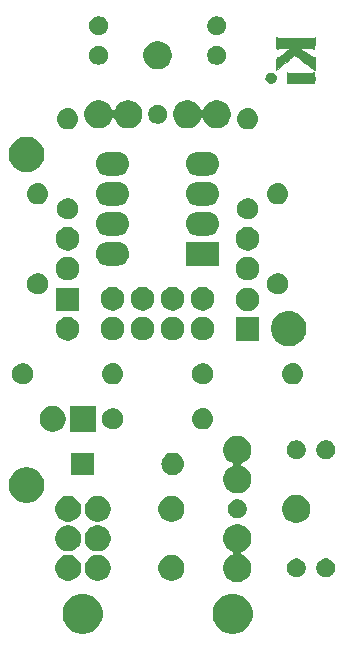
<source format=gbr>
G04 #@! TF.GenerationSoftware,KiCad,Pcbnew,5.0.1*
G04 #@! TF.CreationDate,2018-10-18T13:56:00+02:00*
G04 #@! TF.ProjectId,MicroFlux,4D6963726F466C75782E6B696361645F,rev?*
G04 #@! TF.SameCoordinates,Original*
G04 #@! TF.FileFunction,Soldermask,Bot*
G04 #@! TF.FilePolarity,Negative*
%FSLAX46Y46*%
G04 Gerber Fmt 4.6, Leading zero omitted, Abs format (unit mm)*
G04 Created by KiCad (PCBNEW 5.0.1) date Thu 18 Oct 2018 01:56:00 PM CEST*
%MOMM*%
%LPD*%
G01*
G04 APERTURE LIST*
%ADD10C,0.010000*%
%ADD11C,0.100000*%
G04 APERTURE END LIST*
D10*
G04 #@! TO.C,REF\002A\002A*
G36*
X193305960Y-69075941D02*
X193372395Y-69193545D01*
X193475045Y-69287023D01*
X193561124Y-69330812D01*
X193699614Y-69361422D01*
X193837591Y-69352321D01*
X193959084Y-69304973D01*
X193977850Y-69292588D01*
X194065408Y-69202149D01*
X194125553Y-69083271D01*
X194155418Y-68950333D01*
X194152134Y-68817713D01*
X194112832Y-68699790D01*
X194100244Y-68679006D01*
X194021394Y-68596737D01*
X193912770Y-68528914D01*
X193795295Y-68486747D01*
X193725799Y-68478400D01*
X193616575Y-68497674D01*
X193502110Y-68548190D01*
X193403158Y-68618982D01*
X193354295Y-68674642D01*
X193293876Y-68806861D01*
X193278776Y-68943837D01*
X193305960Y-69075941D01*
X193305960Y-69075941D01*
G37*
X193305960Y-69075941D02*
X193372395Y-69193545D01*
X193475045Y-69287023D01*
X193561124Y-69330812D01*
X193699614Y-69361422D01*
X193837591Y-69352321D01*
X193959084Y-69304973D01*
X193977850Y-69292588D01*
X194065408Y-69202149D01*
X194125553Y-69083271D01*
X194155418Y-68950333D01*
X194152134Y-68817713D01*
X194112832Y-68699790D01*
X194100244Y-68679006D01*
X194021394Y-68596737D01*
X193912770Y-68528914D01*
X193795295Y-68486747D01*
X193725799Y-68478400D01*
X193616575Y-68497674D01*
X193502110Y-68548190D01*
X193403158Y-68618982D01*
X193354295Y-68674642D01*
X193293876Y-68806861D01*
X193278776Y-68943837D01*
X193305960Y-69075941D01*
G36*
X196172045Y-69316600D02*
X196443528Y-69316821D01*
X196668618Y-69317583D01*
X196851721Y-69319026D01*
X196997240Y-69321294D01*
X197109583Y-69324531D01*
X197193155Y-69328878D01*
X197252359Y-69334480D01*
X197291603Y-69341478D01*
X197315292Y-69350016D01*
X197321395Y-69353892D01*
X197358943Y-69380178D01*
X197387085Y-69390891D01*
X197407174Y-69380710D01*
X197420563Y-69344312D01*
X197428605Y-69276376D01*
X197432653Y-69171578D01*
X197434060Y-69024598D01*
X197434200Y-68910200D01*
X197433515Y-68759918D01*
X197431608Y-68628727D01*
X197428702Y-68524427D01*
X197425017Y-68454819D01*
X197420776Y-68427705D01*
X197420488Y-68427600D01*
X197391454Y-68438155D01*
X197334509Y-68464726D01*
X197307200Y-68478400D01*
X197279760Y-68491266D01*
X197249394Y-68501759D01*
X197210920Y-68510120D01*
X197159155Y-68516591D01*
X197088918Y-68521411D01*
X196995027Y-68524822D01*
X196872301Y-68527065D01*
X196715559Y-68528381D01*
X196519617Y-68529010D01*
X196279296Y-68529195D01*
X196214750Y-68529200D01*
X195957269Y-68528947D01*
X195745749Y-68528071D01*
X195575351Y-68526396D01*
X195441238Y-68523748D01*
X195338571Y-68519950D01*
X195262513Y-68514827D01*
X195208226Y-68508203D01*
X195170872Y-68499903D01*
X195146938Y-68490447D01*
X195072000Y-68451695D01*
X195072000Y-69316600D01*
X196172045Y-69316600D01*
X196172045Y-69316600D01*
G37*
X196172045Y-69316600D02*
X196443528Y-69316821D01*
X196668618Y-69317583D01*
X196851721Y-69319026D01*
X196997240Y-69321294D01*
X197109583Y-69324531D01*
X197193155Y-69328878D01*
X197252359Y-69334480D01*
X197291603Y-69341478D01*
X197315292Y-69350016D01*
X197321395Y-69353892D01*
X197358943Y-69380178D01*
X197387085Y-69390891D01*
X197407174Y-69380710D01*
X197420563Y-69344312D01*
X197428605Y-69276376D01*
X197432653Y-69171578D01*
X197434060Y-69024598D01*
X197434200Y-68910200D01*
X197433515Y-68759918D01*
X197431608Y-68628727D01*
X197428702Y-68524427D01*
X197425017Y-68454819D01*
X197420776Y-68427705D01*
X197420488Y-68427600D01*
X197391454Y-68438155D01*
X197334509Y-68464726D01*
X197307200Y-68478400D01*
X197279760Y-68491266D01*
X197249394Y-68501759D01*
X197210920Y-68510120D01*
X197159155Y-68516591D01*
X197088918Y-68521411D01*
X196995027Y-68524822D01*
X196872301Y-68527065D01*
X196715559Y-68528381D01*
X196519617Y-68529010D01*
X196279296Y-68529195D01*
X196214750Y-68529200D01*
X195957269Y-68528947D01*
X195745749Y-68528071D01*
X195575351Y-68526396D01*
X195441238Y-68523748D01*
X195338571Y-68519950D01*
X195262513Y-68514827D01*
X195208226Y-68508203D01*
X195170872Y-68499903D01*
X195146938Y-68490447D01*
X195072000Y-68451695D01*
X195072000Y-69316600D01*
X196172045Y-69316600D01*
G36*
X194208400Y-67733747D02*
X194208400Y-68279059D01*
X194409787Y-68080279D01*
X194772691Y-67750571D01*
X195046815Y-67536151D01*
X195150400Y-67457703D01*
X195270529Y-67363144D01*
X195394202Y-67263050D01*
X195508419Y-67167998D01*
X195600181Y-67088566D01*
X195627760Y-67063468D01*
X195715212Y-66982036D01*
X195806356Y-67051994D01*
X195995604Y-67187436D01*
X196135050Y-67274978D01*
X196217286Y-67329848D01*
X196296612Y-67391124D01*
X196302607Y-67396273D01*
X196385581Y-67465222D01*
X196488137Y-67545747D01*
X196598288Y-67628942D01*
X196704047Y-67705902D01*
X196793425Y-67767719D01*
X196850547Y-67803376D01*
X196903596Y-67838457D01*
X196982062Y-67896986D01*
X197073252Y-67968820D01*
X197164472Y-68043815D01*
X197243032Y-68111828D01*
X197282020Y-68148200D01*
X197308081Y-68172089D01*
X197355406Y-68214363D01*
X197364570Y-68222477D01*
X197434200Y-68284055D01*
X197434200Y-67157600D01*
X197355923Y-67157600D01*
X197279395Y-67140837D01*
X197174149Y-67093607D01*
X197048239Y-67020493D01*
X196909716Y-66926081D01*
X196795533Y-66838542D01*
X196703313Y-66767268D01*
X196612269Y-66701947D01*
X196539535Y-66654777D01*
X196528833Y-66648671D01*
X196462434Y-66608629D01*
X196414284Y-66573342D01*
X196405500Y-66564699D01*
X196366816Y-66530138D01*
X196310250Y-66489915D01*
X196262093Y-66452226D01*
X196240487Y-66421715D01*
X196240400Y-66420414D01*
X196265091Y-66411538D01*
X196336381Y-66404418D01*
X196450092Y-66399264D01*
X196602044Y-66396283D01*
X196736961Y-66395600D01*
X196916263Y-66396284D01*
X197052270Y-66398695D01*
X197152475Y-66403375D01*
X197224369Y-66410863D01*
X197275443Y-66421698D01*
X197313188Y-66436421D01*
X197314811Y-66437244D01*
X197374491Y-66472717D01*
X197412618Y-66504223D01*
X197414761Y-66507094D01*
X197420323Y-66491597D01*
X197425262Y-66432247D01*
X197429312Y-66335986D01*
X197432207Y-66209759D01*
X197433682Y-66060511D01*
X197433811Y-66008794D01*
X197434200Y-65482289D01*
X197364350Y-65511968D01*
X197305758Y-65540141D01*
X197270370Y-65562224D01*
X197241142Y-65566057D01*
X197165781Y-65569657D01*
X197048951Y-65572959D01*
X196895317Y-65575896D01*
X196709546Y-65578399D01*
X196496302Y-65580404D01*
X196260251Y-65581842D01*
X196006059Y-65582647D01*
X195834290Y-65582799D01*
X195530311Y-65582741D01*
X195272912Y-65582470D01*
X195057874Y-65581846D01*
X194880978Y-65580726D01*
X194738004Y-65578969D01*
X194624733Y-65576433D01*
X194536945Y-65572976D01*
X194470421Y-65568457D01*
X194420941Y-65562733D01*
X194384286Y-65555662D01*
X194356237Y-65547104D01*
X194332574Y-65536916D01*
X194322699Y-65531999D01*
X194260869Y-65501244D01*
X194221660Y-65483190D01*
X194215729Y-65481199D01*
X194213507Y-65505335D01*
X194211556Y-65572688D01*
X194209984Y-65675672D01*
X194208901Y-65806706D01*
X194208415Y-65958205D01*
X194208400Y-65991917D01*
X194208664Y-66165060D01*
X194209831Y-66293629D01*
X194212464Y-66383846D01*
X194217123Y-66441937D01*
X194224372Y-66474124D01*
X194234772Y-66486632D01*
X194248885Y-66485686D01*
X194252850Y-66484164D01*
X194341673Y-66450805D01*
X194430181Y-66426739D01*
X194529141Y-66410580D01*
X194649321Y-66400942D01*
X194801488Y-66396440D01*
X194941088Y-66395600D01*
X195360904Y-66395599D01*
X195287900Y-66471799D01*
X195237557Y-66519413D01*
X195200278Y-66545994D01*
X195193483Y-66548000D01*
X195167550Y-66563137D01*
X195114128Y-66602628D01*
X195044145Y-66657588D01*
X194968529Y-66719132D01*
X194898209Y-66778377D01*
X194844114Y-66826439D01*
X194818000Y-66853239D01*
X194790734Y-66875561D01*
X194734630Y-66913936D01*
X194691000Y-66941802D01*
X194603298Y-67000005D01*
X194516698Y-67062951D01*
X194488362Y-67085299D01*
X194421736Y-67130013D01*
X194360643Y-67155408D01*
X194344390Y-67157600D01*
X194300677Y-67158122D01*
X194267502Y-67163791D01*
X194243412Y-67180762D01*
X194226955Y-67215189D01*
X194216677Y-67273226D01*
X194211127Y-67361028D01*
X194208851Y-67484750D01*
X194208396Y-67650545D01*
X194208400Y-67733747D01*
X194208400Y-67733747D01*
G37*
X194208400Y-67733747D02*
X194208400Y-68279059D01*
X194409787Y-68080279D01*
X194772691Y-67750571D01*
X195046815Y-67536151D01*
X195150400Y-67457703D01*
X195270529Y-67363144D01*
X195394202Y-67263050D01*
X195508419Y-67167998D01*
X195600181Y-67088566D01*
X195627760Y-67063468D01*
X195715212Y-66982036D01*
X195806356Y-67051994D01*
X195995604Y-67187436D01*
X196135050Y-67274978D01*
X196217286Y-67329848D01*
X196296612Y-67391124D01*
X196302607Y-67396273D01*
X196385581Y-67465222D01*
X196488137Y-67545747D01*
X196598288Y-67628942D01*
X196704047Y-67705902D01*
X196793425Y-67767719D01*
X196850547Y-67803376D01*
X196903596Y-67838457D01*
X196982062Y-67896986D01*
X197073252Y-67968820D01*
X197164472Y-68043815D01*
X197243032Y-68111828D01*
X197282020Y-68148200D01*
X197308081Y-68172089D01*
X197355406Y-68214363D01*
X197364570Y-68222477D01*
X197434200Y-68284055D01*
X197434200Y-67157600D01*
X197355923Y-67157600D01*
X197279395Y-67140837D01*
X197174149Y-67093607D01*
X197048239Y-67020493D01*
X196909716Y-66926081D01*
X196795533Y-66838542D01*
X196703313Y-66767268D01*
X196612269Y-66701947D01*
X196539535Y-66654777D01*
X196528833Y-66648671D01*
X196462434Y-66608629D01*
X196414284Y-66573342D01*
X196405500Y-66564699D01*
X196366816Y-66530138D01*
X196310250Y-66489915D01*
X196262093Y-66452226D01*
X196240487Y-66421715D01*
X196240400Y-66420414D01*
X196265091Y-66411538D01*
X196336381Y-66404418D01*
X196450092Y-66399264D01*
X196602044Y-66396283D01*
X196736961Y-66395600D01*
X196916263Y-66396284D01*
X197052270Y-66398695D01*
X197152475Y-66403375D01*
X197224369Y-66410863D01*
X197275443Y-66421698D01*
X197313188Y-66436421D01*
X197314811Y-66437244D01*
X197374491Y-66472717D01*
X197412618Y-66504223D01*
X197414761Y-66507094D01*
X197420323Y-66491597D01*
X197425262Y-66432247D01*
X197429312Y-66335986D01*
X197432207Y-66209759D01*
X197433682Y-66060511D01*
X197433811Y-66008794D01*
X197434200Y-65482289D01*
X197364350Y-65511968D01*
X197305758Y-65540141D01*
X197270370Y-65562224D01*
X197241142Y-65566057D01*
X197165781Y-65569657D01*
X197048951Y-65572959D01*
X196895317Y-65575896D01*
X196709546Y-65578399D01*
X196496302Y-65580404D01*
X196260251Y-65581842D01*
X196006059Y-65582647D01*
X195834290Y-65582799D01*
X195530311Y-65582741D01*
X195272912Y-65582470D01*
X195057874Y-65581846D01*
X194880978Y-65580726D01*
X194738004Y-65578969D01*
X194624733Y-65576433D01*
X194536945Y-65572976D01*
X194470421Y-65568457D01*
X194420941Y-65562733D01*
X194384286Y-65555662D01*
X194356237Y-65547104D01*
X194332574Y-65536916D01*
X194322699Y-65531999D01*
X194260869Y-65501244D01*
X194221660Y-65483190D01*
X194215729Y-65481199D01*
X194213507Y-65505335D01*
X194211556Y-65572688D01*
X194209984Y-65675672D01*
X194208901Y-65806706D01*
X194208415Y-65958205D01*
X194208400Y-65991917D01*
X194208664Y-66165060D01*
X194209831Y-66293629D01*
X194212464Y-66383846D01*
X194217123Y-66441937D01*
X194224372Y-66474124D01*
X194234772Y-66486632D01*
X194248885Y-66485686D01*
X194252850Y-66484164D01*
X194341673Y-66450805D01*
X194430181Y-66426739D01*
X194529141Y-66410580D01*
X194649321Y-66400942D01*
X194801488Y-66396440D01*
X194941088Y-66395600D01*
X195360904Y-66395599D01*
X195287900Y-66471799D01*
X195237557Y-66519413D01*
X195200278Y-66545994D01*
X195193483Y-66548000D01*
X195167550Y-66563137D01*
X195114128Y-66602628D01*
X195044145Y-66657588D01*
X194968529Y-66719132D01*
X194898209Y-66778377D01*
X194844114Y-66826439D01*
X194818000Y-66853239D01*
X194790734Y-66875561D01*
X194734630Y-66913936D01*
X194691000Y-66941802D01*
X194603298Y-67000005D01*
X194516698Y-67062951D01*
X194488362Y-67085299D01*
X194421736Y-67130013D01*
X194360643Y-67155408D01*
X194344390Y-67157600D01*
X194300677Y-67158122D01*
X194267502Y-67163791D01*
X194243412Y-67180762D01*
X194226955Y-67215189D01*
X194216677Y-67273226D01*
X194211127Y-67361028D01*
X194208851Y-67484750D01*
X194208396Y-67650545D01*
X194208400Y-67733747D01*
D11*
G36*
X190886393Y-112643553D02*
X190995872Y-112665330D01*
X191305252Y-112793479D01*
X191583687Y-112979523D01*
X191820477Y-113216313D01*
X192006521Y-113494748D01*
X192134670Y-113804128D01*
X192200000Y-114132565D01*
X192200000Y-114467435D01*
X192134670Y-114795872D01*
X192006521Y-115105252D01*
X191820477Y-115383687D01*
X191583687Y-115620477D01*
X191305252Y-115806521D01*
X190995872Y-115934670D01*
X190886393Y-115956447D01*
X190667437Y-116000000D01*
X190332563Y-116000000D01*
X190113607Y-115956447D01*
X190004128Y-115934670D01*
X189694748Y-115806521D01*
X189416313Y-115620477D01*
X189179523Y-115383687D01*
X188993479Y-115105252D01*
X188865330Y-114795872D01*
X188800000Y-114467435D01*
X188800000Y-114132565D01*
X188865330Y-113804128D01*
X188993479Y-113494748D01*
X189179523Y-113216313D01*
X189416313Y-112979523D01*
X189694748Y-112793479D01*
X190004128Y-112665330D01*
X190113607Y-112643553D01*
X190332563Y-112600000D01*
X190667437Y-112600000D01*
X190886393Y-112643553D01*
X190886393Y-112643553D01*
G37*
G36*
X178186393Y-112643553D02*
X178295872Y-112665330D01*
X178605252Y-112793479D01*
X178883687Y-112979523D01*
X179120477Y-113216313D01*
X179306521Y-113494748D01*
X179434670Y-113804128D01*
X179500000Y-114132565D01*
X179500000Y-114467435D01*
X179434670Y-114795872D01*
X179306521Y-115105252D01*
X179120477Y-115383687D01*
X178883687Y-115620477D01*
X178605252Y-115806521D01*
X178295872Y-115934670D01*
X178186393Y-115956447D01*
X177967437Y-116000000D01*
X177632563Y-116000000D01*
X177413607Y-115956447D01*
X177304128Y-115934670D01*
X176994748Y-115806521D01*
X176716313Y-115620477D01*
X176479523Y-115383687D01*
X176293479Y-115105252D01*
X176165330Y-114795872D01*
X176100000Y-114467435D01*
X176100000Y-114132565D01*
X176165330Y-113804128D01*
X176293479Y-113494748D01*
X176479523Y-113216313D01*
X176716313Y-112979523D01*
X176994748Y-112793479D01*
X177304128Y-112665330D01*
X177413607Y-112643553D01*
X177632563Y-112600000D01*
X177967437Y-112600000D01*
X178186393Y-112643553D01*
X178186393Y-112643553D01*
G37*
G36*
X191240026Y-106756115D02*
X191458412Y-106846573D01*
X191654958Y-106977901D01*
X191822099Y-107145042D01*
X191953427Y-107341588D01*
X192043885Y-107559974D01*
X192090000Y-107791809D01*
X192090000Y-108028191D01*
X192043885Y-108260026D01*
X191953427Y-108478412D01*
X191822099Y-108674958D01*
X191654958Y-108842099D01*
X191458412Y-108973427D01*
X191286790Y-109044515D01*
X191265179Y-109056066D01*
X191246237Y-109071612D01*
X191230691Y-109090554D01*
X191219140Y-109112164D01*
X191212027Y-109135614D01*
X191209625Y-109160000D01*
X191212027Y-109184386D01*
X191219140Y-109207835D01*
X191230691Y-109229446D01*
X191246237Y-109248388D01*
X191265179Y-109263934D01*
X191286790Y-109275485D01*
X191458412Y-109346573D01*
X191654958Y-109477901D01*
X191822099Y-109645042D01*
X191953427Y-109841588D01*
X192043885Y-110059974D01*
X192090000Y-110291809D01*
X192090000Y-110528191D01*
X192043885Y-110760026D01*
X191953427Y-110978412D01*
X191822099Y-111174958D01*
X191654958Y-111342099D01*
X191458412Y-111473427D01*
X191240026Y-111563885D01*
X191008191Y-111610000D01*
X190771809Y-111610000D01*
X190539974Y-111563885D01*
X190321588Y-111473427D01*
X190125042Y-111342099D01*
X189957901Y-111174958D01*
X189826573Y-110978412D01*
X189736115Y-110760026D01*
X189690000Y-110528191D01*
X189690000Y-110291809D01*
X189736115Y-110059974D01*
X189826573Y-109841588D01*
X189957901Y-109645042D01*
X190125042Y-109477901D01*
X190321588Y-109346573D01*
X190493210Y-109275485D01*
X190514821Y-109263934D01*
X190533763Y-109248388D01*
X190549309Y-109229446D01*
X190560860Y-109207836D01*
X190567973Y-109184386D01*
X190570375Y-109160000D01*
X190567973Y-109135614D01*
X190560860Y-109112165D01*
X190549309Y-109090554D01*
X190533763Y-109071612D01*
X190514821Y-109056066D01*
X190493210Y-109044515D01*
X190321588Y-108973427D01*
X190125042Y-108842099D01*
X189957901Y-108674958D01*
X189826573Y-108478412D01*
X189736115Y-108260026D01*
X189690000Y-108028191D01*
X189690000Y-107791809D01*
X189736115Y-107559974D01*
X189826573Y-107341588D01*
X189957901Y-107145042D01*
X190125042Y-106977901D01*
X190321588Y-106846573D01*
X190539974Y-106756115D01*
X190771809Y-106710000D01*
X191008191Y-106710000D01*
X191240026Y-106756115D01*
X191240026Y-106756115D01*
G37*
G36*
X176890857Y-109352272D02*
X177091042Y-109435191D01*
X177271213Y-109555578D01*
X177424422Y-109708787D01*
X177544809Y-109888958D01*
X177627728Y-110089143D01*
X177670000Y-110301658D01*
X177670000Y-110518342D01*
X177627728Y-110730857D01*
X177544809Y-110931042D01*
X177424422Y-111111213D01*
X177271213Y-111264422D01*
X177091042Y-111384809D01*
X176890857Y-111467728D01*
X176678342Y-111510000D01*
X176461658Y-111510000D01*
X176249143Y-111467728D01*
X176048958Y-111384809D01*
X175868787Y-111264422D01*
X175715578Y-111111213D01*
X175595191Y-110931042D01*
X175512272Y-110730857D01*
X175470000Y-110518342D01*
X175470000Y-110301658D01*
X175512272Y-110089143D01*
X175595191Y-109888958D01*
X175715578Y-109708787D01*
X175868787Y-109555578D01*
X176048958Y-109435191D01*
X176249143Y-109352272D01*
X176461658Y-109310000D01*
X176678342Y-109310000D01*
X176890857Y-109352272D01*
X176890857Y-109352272D01*
G37*
G36*
X185640857Y-109352272D02*
X185841042Y-109435191D01*
X186021213Y-109555578D01*
X186174422Y-109708787D01*
X186294809Y-109888958D01*
X186377728Y-110089143D01*
X186420000Y-110301658D01*
X186420000Y-110518342D01*
X186377728Y-110730857D01*
X186294809Y-110931042D01*
X186174422Y-111111213D01*
X186021213Y-111264422D01*
X185841042Y-111384809D01*
X185640857Y-111467728D01*
X185428342Y-111510000D01*
X185211658Y-111510000D01*
X184999143Y-111467728D01*
X184798958Y-111384809D01*
X184618787Y-111264422D01*
X184465578Y-111111213D01*
X184345191Y-110931042D01*
X184262272Y-110730857D01*
X184220000Y-110518342D01*
X184220000Y-110301658D01*
X184262272Y-110089143D01*
X184345191Y-109888958D01*
X184465578Y-109708787D01*
X184618787Y-109555578D01*
X184798958Y-109435191D01*
X184999143Y-109352272D01*
X185211658Y-109310000D01*
X185428342Y-109310000D01*
X185640857Y-109352272D01*
X185640857Y-109352272D01*
G37*
G36*
X179390857Y-109352272D02*
X179591042Y-109435191D01*
X179771213Y-109555578D01*
X179924422Y-109708787D01*
X180044809Y-109888958D01*
X180127728Y-110089143D01*
X180170000Y-110301658D01*
X180170000Y-110518342D01*
X180127728Y-110730857D01*
X180044809Y-110931042D01*
X179924422Y-111111213D01*
X179771213Y-111264422D01*
X179591042Y-111384809D01*
X179390857Y-111467728D01*
X179178342Y-111510000D01*
X178961658Y-111510000D01*
X178749143Y-111467728D01*
X178548958Y-111384809D01*
X178368787Y-111264422D01*
X178215578Y-111111213D01*
X178095191Y-110931042D01*
X178012272Y-110730857D01*
X177970000Y-110518342D01*
X177970000Y-110301658D01*
X178012272Y-110089143D01*
X178095191Y-109888958D01*
X178215578Y-109708787D01*
X178368787Y-109555578D01*
X178548958Y-109435191D01*
X178749143Y-109352272D01*
X178961658Y-109310000D01*
X179178342Y-109310000D01*
X179390857Y-109352272D01*
X179390857Y-109352272D01*
G37*
G36*
X196123352Y-109640743D02*
X196268941Y-109701048D01*
X196399973Y-109788601D01*
X196511399Y-109900027D01*
X196598952Y-110031059D01*
X196659257Y-110176648D01*
X196690000Y-110331205D01*
X196690000Y-110488795D01*
X196659257Y-110643352D01*
X196598952Y-110788941D01*
X196511399Y-110919973D01*
X196399973Y-111031399D01*
X196268941Y-111118952D01*
X196123352Y-111179257D01*
X195968795Y-111210000D01*
X195811205Y-111210000D01*
X195656648Y-111179257D01*
X195511059Y-111118952D01*
X195380027Y-111031399D01*
X195268601Y-110919973D01*
X195181048Y-110788941D01*
X195120743Y-110643352D01*
X195090000Y-110488795D01*
X195090000Y-110331205D01*
X195120743Y-110176648D01*
X195181048Y-110031059D01*
X195268601Y-109900027D01*
X195380027Y-109788601D01*
X195511059Y-109701048D01*
X195656648Y-109640743D01*
X195811205Y-109610000D01*
X195968795Y-109610000D01*
X196123352Y-109640743D01*
X196123352Y-109640743D01*
G37*
G36*
X198623352Y-109640743D02*
X198768941Y-109701048D01*
X198899973Y-109788601D01*
X199011399Y-109900027D01*
X199098952Y-110031059D01*
X199159257Y-110176648D01*
X199190000Y-110331205D01*
X199190000Y-110488795D01*
X199159257Y-110643352D01*
X199098952Y-110788941D01*
X199011399Y-110919973D01*
X198899973Y-111031399D01*
X198768941Y-111118952D01*
X198623352Y-111179257D01*
X198468795Y-111210000D01*
X198311205Y-111210000D01*
X198156648Y-111179257D01*
X198011059Y-111118952D01*
X197880027Y-111031399D01*
X197768601Y-110919973D01*
X197681048Y-110788941D01*
X197620743Y-110643352D01*
X197590000Y-110488795D01*
X197590000Y-110331205D01*
X197620743Y-110176648D01*
X197681048Y-110031059D01*
X197768601Y-109900027D01*
X197880027Y-109788601D01*
X198011059Y-109701048D01*
X198156648Y-109640743D01*
X198311205Y-109610000D01*
X198468795Y-109610000D01*
X198623352Y-109640743D01*
X198623352Y-109640743D01*
G37*
G36*
X179390857Y-106852272D02*
X179591042Y-106935191D01*
X179771213Y-107055578D01*
X179924422Y-107208787D01*
X180044809Y-107388958D01*
X180127728Y-107589143D01*
X180170000Y-107801658D01*
X180170000Y-108018342D01*
X180127728Y-108230857D01*
X180044809Y-108431042D01*
X179924422Y-108611213D01*
X179771213Y-108764422D01*
X179591042Y-108884809D01*
X179390857Y-108967728D01*
X179178342Y-109010000D01*
X178961658Y-109010000D01*
X178749143Y-108967728D01*
X178548958Y-108884809D01*
X178368787Y-108764422D01*
X178215578Y-108611213D01*
X178095191Y-108431042D01*
X178012272Y-108230857D01*
X177970000Y-108018342D01*
X177970000Y-107801658D01*
X178012272Y-107589143D01*
X178095191Y-107388958D01*
X178215578Y-107208787D01*
X178368787Y-107055578D01*
X178548958Y-106935191D01*
X178749143Y-106852272D01*
X178961658Y-106810000D01*
X179178342Y-106810000D01*
X179390857Y-106852272D01*
X179390857Y-106852272D01*
G37*
G36*
X176890857Y-106852272D02*
X177091042Y-106935191D01*
X177271213Y-107055578D01*
X177424422Y-107208787D01*
X177544809Y-107388958D01*
X177627728Y-107589143D01*
X177670000Y-107801658D01*
X177670000Y-108018342D01*
X177627728Y-108230857D01*
X177544809Y-108431042D01*
X177424422Y-108611213D01*
X177271213Y-108764422D01*
X177091042Y-108884809D01*
X176890857Y-108967728D01*
X176678342Y-109010000D01*
X176461658Y-109010000D01*
X176249143Y-108967728D01*
X176048958Y-108884809D01*
X175868787Y-108764422D01*
X175715578Y-108611213D01*
X175595191Y-108431042D01*
X175512272Y-108230857D01*
X175470000Y-108018342D01*
X175470000Y-107801658D01*
X175512272Y-107589143D01*
X175595191Y-107388958D01*
X175715578Y-107208787D01*
X175868787Y-107055578D01*
X176048958Y-106935191D01*
X176249143Y-106852272D01*
X176461658Y-106810000D01*
X176678342Y-106810000D01*
X176890857Y-106852272D01*
X176890857Y-106852272D01*
G37*
G36*
X196240026Y-104256115D02*
X196458412Y-104346573D01*
X196654958Y-104477901D01*
X196822099Y-104645042D01*
X196953427Y-104841588D01*
X197043885Y-105059974D01*
X197090000Y-105291809D01*
X197090000Y-105528191D01*
X197043885Y-105760026D01*
X196953427Y-105978412D01*
X196822099Y-106174958D01*
X196654958Y-106342099D01*
X196458412Y-106473427D01*
X196240026Y-106563885D01*
X196008191Y-106610000D01*
X195771809Y-106610000D01*
X195539974Y-106563885D01*
X195321588Y-106473427D01*
X195125042Y-106342099D01*
X194957901Y-106174958D01*
X194826573Y-105978412D01*
X194736115Y-105760026D01*
X194690000Y-105528191D01*
X194690000Y-105291809D01*
X194736115Y-105059974D01*
X194826573Y-104841588D01*
X194957901Y-104645042D01*
X195125042Y-104477901D01*
X195321588Y-104346573D01*
X195539974Y-104256115D01*
X195771809Y-104210000D01*
X196008191Y-104210000D01*
X196240026Y-104256115D01*
X196240026Y-104256115D01*
G37*
G36*
X179390857Y-104352272D02*
X179591042Y-104435191D01*
X179771213Y-104555578D01*
X179924422Y-104708787D01*
X180044809Y-104888958D01*
X180127728Y-105089143D01*
X180170000Y-105301658D01*
X180170000Y-105518342D01*
X180127728Y-105730857D01*
X180044809Y-105931042D01*
X179924422Y-106111213D01*
X179771213Y-106264422D01*
X179591042Y-106384809D01*
X179390857Y-106467728D01*
X179178342Y-106510000D01*
X178961658Y-106510000D01*
X178749143Y-106467728D01*
X178548958Y-106384809D01*
X178368787Y-106264422D01*
X178215578Y-106111213D01*
X178095191Y-105931042D01*
X178012272Y-105730857D01*
X177970000Y-105518342D01*
X177970000Y-105301658D01*
X178012272Y-105089143D01*
X178095191Y-104888958D01*
X178215578Y-104708787D01*
X178368787Y-104555578D01*
X178548958Y-104435191D01*
X178749143Y-104352272D01*
X178961658Y-104310000D01*
X179178342Y-104310000D01*
X179390857Y-104352272D01*
X179390857Y-104352272D01*
G37*
G36*
X176890857Y-104352272D02*
X177091042Y-104435191D01*
X177271213Y-104555578D01*
X177424422Y-104708787D01*
X177544809Y-104888958D01*
X177627728Y-105089143D01*
X177670000Y-105301658D01*
X177670000Y-105518342D01*
X177627728Y-105730857D01*
X177544809Y-105931042D01*
X177424422Y-106111213D01*
X177271213Y-106264422D01*
X177091042Y-106384809D01*
X176890857Y-106467728D01*
X176678342Y-106510000D01*
X176461658Y-106510000D01*
X176249143Y-106467728D01*
X176048958Y-106384809D01*
X175868787Y-106264422D01*
X175715578Y-106111213D01*
X175595191Y-105931042D01*
X175512272Y-105730857D01*
X175470000Y-105518342D01*
X175470000Y-105301658D01*
X175512272Y-105089143D01*
X175595191Y-104888958D01*
X175715578Y-104708787D01*
X175868787Y-104555578D01*
X176048958Y-104435191D01*
X176249143Y-104352272D01*
X176461658Y-104310000D01*
X176678342Y-104310000D01*
X176890857Y-104352272D01*
X176890857Y-104352272D01*
G37*
G36*
X185640857Y-104352272D02*
X185841042Y-104435191D01*
X186021213Y-104555578D01*
X186174422Y-104708787D01*
X186294809Y-104888958D01*
X186377728Y-105089143D01*
X186420000Y-105301658D01*
X186420000Y-105518342D01*
X186377728Y-105730857D01*
X186294809Y-105931042D01*
X186174422Y-106111213D01*
X186021213Y-106264422D01*
X185841042Y-106384809D01*
X185640857Y-106467728D01*
X185428342Y-106510000D01*
X185211658Y-106510000D01*
X184999143Y-106467728D01*
X184798958Y-106384809D01*
X184618787Y-106264422D01*
X184465578Y-106111213D01*
X184345191Y-105931042D01*
X184262272Y-105730857D01*
X184220000Y-105518342D01*
X184220000Y-105301658D01*
X184262272Y-105089143D01*
X184345191Y-104888958D01*
X184465578Y-104708787D01*
X184618787Y-104555578D01*
X184798958Y-104435191D01*
X184999143Y-104352272D01*
X185211658Y-104310000D01*
X185428342Y-104310000D01*
X185640857Y-104352272D01*
X185640857Y-104352272D01*
G37*
G36*
X191123352Y-104640743D02*
X191268941Y-104701048D01*
X191399973Y-104788601D01*
X191511399Y-104900027D01*
X191598952Y-105031059D01*
X191659257Y-105176648D01*
X191690000Y-105331205D01*
X191690000Y-105488795D01*
X191659257Y-105643352D01*
X191598952Y-105788941D01*
X191511399Y-105919973D01*
X191399973Y-106031399D01*
X191268941Y-106118952D01*
X191123352Y-106179257D01*
X190968795Y-106210000D01*
X190811205Y-106210000D01*
X190656648Y-106179257D01*
X190511059Y-106118952D01*
X190380027Y-106031399D01*
X190268601Y-105919973D01*
X190181048Y-105788941D01*
X190120743Y-105643352D01*
X190090000Y-105488795D01*
X190090000Y-105331205D01*
X190120743Y-105176648D01*
X190181048Y-105031059D01*
X190268601Y-104900027D01*
X190380027Y-104788601D01*
X190511059Y-104701048D01*
X190656648Y-104640743D01*
X190811205Y-104610000D01*
X190968795Y-104610000D01*
X191123352Y-104640743D01*
X191123352Y-104640743D01*
G37*
G36*
X173390935Y-101938429D02*
X173487534Y-101957644D01*
X173760517Y-102070717D01*
X173871756Y-102145045D01*
X174006197Y-102234876D01*
X174215124Y-102443803D01*
X174379284Y-102689485D01*
X174492356Y-102962467D01*
X174550000Y-103252261D01*
X174550000Y-103547739D01*
X174492356Y-103837533D01*
X174379284Y-104110515D01*
X174215124Y-104356197D01*
X174006197Y-104565124D01*
X174006194Y-104565126D01*
X173760517Y-104729283D01*
X173487534Y-104842356D01*
X173390935Y-104861571D01*
X173197739Y-104900000D01*
X172902261Y-104900000D01*
X172709065Y-104861571D01*
X172612466Y-104842356D01*
X172339483Y-104729283D01*
X172093806Y-104565126D01*
X172093803Y-104565124D01*
X171884876Y-104356197D01*
X171720716Y-104110515D01*
X171607644Y-103837533D01*
X171550000Y-103547739D01*
X171550000Y-103252261D01*
X171607644Y-102962467D01*
X171720716Y-102689485D01*
X171884876Y-102443803D01*
X172093803Y-102234876D01*
X172228244Y-102145045D01*
X172339483Y-102070717D01*
X172612466Y-101957644D01*
X172709065Y-101938429D01*
X172902261Y-101900000D01*
X173197739Y-101900000D01*
X173390935Y-101938429D01*
X173390935Y-101938429D01*
G37*
G36*
X191240026Y-99256115D02*
X191458412Y-99346573D01*
X191654958Y-99477901D01*
X191822099Y-99645042D01*
X191953427Y-99841588D01*
X192043885Y-100059974D01*
X192090000Y-100291809D01*
X192090000Y-100528191D01*
X192043885Y-100760026D01*
X191953427Y-100978412D01*
X191822099Y-101174958D01*
X191654958Y-101342099D01*
X191458412Y-101473427D01*
X191286790Y-101544515D01*
X191265179Y-101556066D01*
X191246237Y-101571612D01*
X191230691Y-101590554D01*
X191219140Y-101612164D01*
X191212027Y-101635614D01*
X191209625Y-101660000D01*
X191212027Y-101684386D01*
X191219140Y-101707835D01*
X191230691Y-101729446D01*
X191246237Y-101748388D01*
X191265179Y-101763934D01*
X191286790Y-101775485D01*
X191458412Y-101846573D01*
X191654958Y-101977901D01*
X191822099Y-102145042D01*
X191953427Y-102341588D01*
X192043885Y-102559974D01*
X192090000Y-102791809D01*
X192090000Y-103028191D01*
X192043885Y-103260026D01*
X191953427Y-103478412D01*
X191822099Y-103674958D01*
X191654958Y-103842099D01*
X191458412Y-103973427D01*
X191240026Y-104063885D01*
X191008191Y-104110000D01*
X190771809Y-104110000D01*
X190539974Y-104063885D01*
X190321588Y-103973427D01*
X190125042Y-103842099D01*
X189957901Y-103674958D01*
X189826573Y-103478412D01*
X189736115Y-103260026D01*
X189690000Y-103028191D01*
X189690000Y-102791809D01*
X189736115Y-102559974D01*
X189826573Y-102341588D01*
X189957901Y-102145042D01*
X190125042Y-101977901D01*
X190321588Y-101846573D01*
X190493210Y-101775485D01*
X190514821Y-101763934D01*
X190533763Y-101748388D01*
X190549309Y-101729446D01*
X190560860Y-101707836D01*
X190567973Y-101684386D01*
X190570375Y-101660000D01*
X190567973Y-101635614D01*
X190560860Y-101612165D01*
X190549309Y-101590554D01*
X190533763Y-101571612D01*
X190514821Y-101556066D01*
X190493210Y-101544515D01*
X190321588Y-101473427D01*
X190125042Y-101342099D01*
X189957901Y-101174958D01*
X189826573Y-100978412D01*
X189736115Y-100760026D01*
X189690000Y-100528191D01*
X189690000Y-100291809D01*
X189736115Y-100059974D01*
X189826573Y-99841588D01*
X189957901Y-99645042D01*
X190125042Y-99477901D01*
X190321588Y-99346573D01*
X190539974Y-99256115D01*
X190771809Y-99210000D01*
X191008191Y-99210000D01*
X191240026Y-99256115D01*
X191240026Y-99256115D01*
G37*
G36*
X185536448Y-100656873D02*
X185606232Y-100663746D01*
X185695770Y-100690907D01*
X185785309Y-100718068D01*
X185950347Y-100806283D01*
X186095001Y-100924999D01*
X186213717Y-101069653D01*
X186301932Y-101234691D01*
X186356254Y-101413769D01*
X186374596Y-101600000D01*
X186356254Y-101786231D01*
X186301932Y-101965309D01*
X186213717Y-102130347D01*
X186095001Y-102275001D01*
X185950347Y-102393717D01*
X185785309Y-102481932D01*
X185695770Y-102509093D01*
X185606232Y-102536254D01*
X185536448Y-102543127D01*
X185466666Y-102550000D01*
X185373334Y-102550000D01*
X185303552Y-102543127D01*
X185233768Y-102536254D01*
X185144230Y-102509093D01*
X185054691Y-102481932D01*
X184889653Y-102393717D01*
X184744999Y-102275001D01*
X184626283Y-102130347D01*
X184538068Y-101965309D01*
X184483746Y-101786231D01*
X184465404Y-101600000D01*
X184483746Y-101413769D01*
X184538068Y-101234691D01*
X184626283Y-101069653D01*
X184744999Y-100924999D01*
X184889653Y-100806283D01*
X185054691Y-100718068D01*
X185144230Y-100690907D01*
X185233768Y-100663746D01*
X185373334Y-100650000D01*
X185466666Y-100650000D01*
X185536448Y-100656873D01*
X185536448Y-100656873D01*
G37*
G36*
X178750000Y-102550000D02*
X176850000Y-102550000D01*
X176850000Y-100650000D01*
X178750000Y-100650000D01*
X178750000Y-102550000D01*
X178750000Y-102550000D01*
G37*
G36*
X196123352Y-99640743D02*
X196268941Y-99701048D01*
X196399973Y-99788601D01*
X196511399Y-99900027D01*
X196598952Y-100031059D01*
X196659257Y-100176648D01*
X196690000Y-100331205D01*
X196690000Y-100488795D01*
X196659257Y-100643352D01*
X196598952Y-100788941D01*
X196511399Y-100919973D01*
X196399973Y-101031399D01*
X196268941Y-101118952D01*
X196123352Y-101179257D01*
X195968795Y-101210000D01*
X195811205Y-101210000D01*
X195656648Y-101179257D01*
X195511059Y-101118952D01*
X195380027Y-101031399D01*
X195268601Y-100919973D01*
X195181048Y-100788941D01*
X195120743Y-100643352D01*
X195090000Y-100488795D01*
X195090000Y-100331205D01*
X195120743Y-100176648D01*
X195181048Y-100031059D01*
X195268601Y-99900027D01*
X195380027Y-99788601D01*
X195511059Y-99701048D01*
X195656648Y-99640743D01*
X195811205Y-99610000D01*
X195968795Y-99610000D01*
X196123352Y-99640743D01*
X196123352Y-99640743D01*
G37*
G36*
X198623352Y-99640743D02*
X198768941Y-99701048D01*
X198899973Y-99788601D01*
X199011399Y-99900027D01*
X199098952Y-100031059D01*
X199159257Y-100176648D01*
X199190000Y-100331205D01*
X199190000Y-100488795D01*
X199159257Y-100643352D01*
X199098952Y-100788941D01*
X199011399Y-100919973D01*
X198899973Y-101031399D01*
X198768941Y-101118952D01*
X198623352Y-101179257D01*
X198468795Y-101210000D01*
X198311205Y-101210000D01*
X198156648Y-101179257D01*
X198011059Y-101118952D01*
X197880027Y-101031399D01*
X197768601Y-100919973D01*
X197681048Y-100788941D01*
X197620743Y-100643352D01*
X197590000Y-100488795D01*
X197590000Y-100331205D01*
X197620743Y-100176648D01*
X197681048Y-100031059D01*
X197768601Y-99900027D01*
X197880027Y-99788601D01*
X198011059Y-99701048D01*
X198156648Y-99640743D01*
X198311205Y-99610000D01*
X198468795Y-99610000D01*
X198623352Y-99640743D01*
X198623352Y-99640743D01*
G37*
G36*
X178900000Y-98890000D02*
X176700000Y-98890000D01*
X176700000Y-96690000D01*
X178900000Y-96690000D01*
X178900000Y-98890000D01*
X178900000Y-98890000D01*
G37*
G36*
X175580857Y-96732272D02*
X175781042Y-96815191D01*
X175781045Y-96815193D01*
X175944763Y-96924586D01*
X175961213Y-96935578D01*
X176114422Y-97088787D01*
X176114424Y-97088790D01*
X176114425Y-97088791D01*
X176155674Y-97150525D01*
X176234809Y-97268958D01*
X176317728Y-97469143D01*
X176360000Y-97681658D01*
X176360000Y-97898342D01*
X176317728Y-98110857D01*
X176234809Y-98311042D01*
X176234807Y-98311045D01*
X176115852Y-98489074D01*
X176114422Y-98491213D01*
X175961213Y-98644422D01*
X175961210Y-98644424D01*
X175961209Y-98644425D01*
X175912490Y-98676978D01*
X175781042Y-98764809D01*
X175580857Y-98847728D01*
X175368342Y-98890000D01*
X175151658Y-98890000D01*
X174939143Y-98847728D01*
X174738958Y-98764809D01*
X174607510Y-98676978D01*
X174558791Y-98644425D01*
X174558790Y-98644424D01*
X174558787Y-98644422D01*
X174405578Y-98491213D01*
X174404149Y-98489074D01*
X174285193Y-98311045D01*
X174285191Y-98311042D01*
X174202272Y-98110857D01*
X174160000Y-97898342D01*
X174160000Y-97681658D01*
X174202272Y-97469143D01*
X174285191Y-97268958D01*
X174364326Y-97150525D01*
X174405575Y-97088791D01*
X174405576Y-97088790D01*
X174405578Y-97088787D01*
X174558787Y-96935578D01*
X174575238Y-96924586D01*
X174738955Y-96815193D01*
X174738958Y-96815191D01*
X174939143Y-96732272D01*
X175151658Y-96690000D01*
X175368342Y-96690000D01*
X175580857Y-96732272D01*
X175580857Y-96732272D01*
G37*
G36*
X188136432Y-96903022D02*
X188306081Y-96954485D01*
X188462433Y-97038056D01*
X188599475Y-97150525D01*
X188711944Y-97287567D01*
X188795515Y-97443919D01*
X188846978Y-97613568D01*
X188864354Y-97790000D01*
X188846978Y-97966432D01*
X188795515Y-98136081D01*
X188711944Y-98292433D01*
X188599475Y-98429475D01*
X188462433Y-98541944D01*
X188306081Y-98625515D01*
X188136432Y-98676978D01*
X188004211Y-98690000D01*
X187915789Y-98690000D01*
X187783568Y-98676978D01*
X187613919Y-98625515D01*
X187457567Y-98541944D01*
X187320525Y-98429475D01*
X187208056Y-98292433D01*
X187124485Y-98136081D01*
X187073022Y-97966432D01*
X187055646Y-97790000D01*
X187073022Y-97613568D01*
X187124485Y-97443919D01*
X187208056Y-97287567D01*
X187320525Y-97150525D01*
X187457567Y-97038056D01*
X187613919Y-96954485D01*
X187783568Y-96903022D01*
X187915789Y-96890000D01*
X188004211Y-96890000D01*
X188136432Y-96903022D01*
X188136432Y-96903022D01*
G37*
G36*
X180602521Y-96924586D02*
X180766309Y-96992429D01*
X180913720Y-97090926D01*
X181039074Y-97216280D01*
X181137571Y-97363691D01*
X181205414Y-97527479D01*
X181240000Y-97701356D01*
X181240000Y-97878644D01*
X181205414Y-98052521D01*
X181137571Y-98216309D01*
X181039074Y-98363720D01*
X180913720Y-98489074D01*
X180766309Y-98587571D01*
X180602521Y-98655414D01*
X180428644Y-98690000D01*
X180251356Y-98690000D01*
X180077479Y-98655414D01*
X179913691Y-98587571D01*
X179766280Y-98489074D01*
X179640926Y-98363720D01*
X179542429Y-98216309D01*
X179474586Y-98052521D01*
X179440000Y-97878644D01*
X179440000Y-97701356D01*
X179474586Y-97527479D01*
X179542429Y-97363691D01*
X179640926Y-97216280D01*
X179766280Y-97090926D01*
X179913691Y-96992429D01*
X180077479Y-96924586D01*
X180251356Y-96890000D01*
X180428644Y-96890000D01*
X180602521Y-96924586D01*
X180602521Y-96924586D01*
G37*
G36*
X195756432Y-93093022D02*
X195926081Y-93144485D01*
X196082433Y-93228056D01*
X196219475Y-93340525D01*
X196331944Y-93477567D01*
X196415515Y-93633919D01*
X196466978Y-93803568D01*
X196484354Y-93980000D01*
X196466978Y-94156432D01*
X196415515Y-94326081D01*
X196331944Y-94482433D01*
X196219475Y-94619475D01*
X196082433Y-94731944D01*
X195926081Y-94815515D01*
X195756432Y-94866978D01*
X195624211Y-94880000D01*
X195535789Y-94880000D01*
X195403568Y-94866978D01*
X195233919Y-94815515D01*
X195077567Y-94731944D01*
X194940525Y-94619475D01*
X194828056Y-94482433D01*
X194744485Y-94326081D01*
X194693022Y-94156432D01*
X194675646Y-93980000D01*
X194693022Y-93803568D01*
X194744485Y-93633919D01*
X194828056Y-93477567D01*
X194940525Y-93340525D01*
X195077567Y-93228056D01*
X195233919Y-93144485D01*
X195403568Y-93093022D01*
X195535789Y-93080000D01*
X195624211Y-93080000D01*
X195756432Y-93093022D01*
X195756432Y-93093022D01*
G37*
G36*
X172982521Y-93114586D02*
X173146309Y-93182429D01*
X173293720Y-93280926D01*
X173419074Y-93406280D01*
X173517571Y-93553691D01*
X173585414Y-93717479D01*
X173620000Y-93891356D01*
X173620000Y-94068644D01*
X173585414Y-94242521D01*
X173517571Y-94406309D01*
X173419074Y-94553720D01*
X173293720Y-94679074D01*
X173146309Y-94777571D01*
X172982521Y-94845414D01*
X172808644Y-94880000D01*
X172631356Y-94880000D01*
X172457479Y-94845414D01*
X172293691Y-94777571D01*
X172146280Y-94679074D01*
X172020926Y-94553720D01*
X171922429Y-94406309D01*
X171854586Y-94242521D01*
X171820000Y-94068644D01*
X171820000Y-93891356D01*
X171854586Y-93717479D01*
X171922429Y-93553691D01*
X172020926Y-93406280D01*
X172146280Y-93280926D01*
X172293691Y-93182429D01*
X172457479Y-93114586D01*
X172631356Y-93080000D01*
X172808644Y-93080000D01*
X172982521Y-93114586D01*
X172982521Y-93114586D01*
G37*
G36*
X188222521Y-93114586D02*
X188386309Y-93182429D01*
X188533720Y-93280926D01*
X188659074Y-93406280D01*
X188757571Y-93553691D01*
X188825414Y-93717479D01*
X188860000Y-93891356D01*
X188860000Y-94068644D01*
X188825414Y-94242521D01*
X188757571Y-94406309D01*
X188659074Y-94553720D01*
X188533720Y-94679074D01*
X188386309Y-94777571D01*
X188222521Y-94845414D01*
X188048644Y-94880000D01*
X187871356Y-94880000D01*
X187697479Y-94845414D01*
X187533691Y-94777571D01*
X187386280Y-94679074D01*
X187260926Y-94553720D01*
X187162429Y-94406309D01*
X187094586Y-94242521D01*
X187060000Y-94068644D01*
X187060000Y-93891356D01*
X187094586Y-93717479D01*
X187162429Y-93553691D01*
X187260926Y-93406280D01*
X187386280Y-93280926D01*
X187533691Y-93182429D01*
X187697479Y-93114586D01*
X187871356Y-93080000D01*
X188048644Y-93080000D01*
X188222521Y-93114586D01*
X188222521Y-93114586D01*
G37*
G36*
X180516432Y-93093022D02*
X180686081Y-93144485D01*
X180842433Y-93228056D01*
X180979475Y-93340525D01*
X181091944Y-93477567D01*
X181175515Y-93633919D01*
X181226978Y-93803568D01*
X181244354Y-93980000D01*
X181226978Y-94156432D01*
X181175515Y-94326081D01*
X181091944Y-94482433D01*
X180979475Y-94619475D01*
X180842433Y-94731944D01*
X180686081Y-94815515D01*
X180516432Y-94866978D01*
X180384211Y-94880000D01*
X180295789Y-94880000D01*
X180163568Y-94866978D01*
X179993919Y-94815515D01*
X179837567Y-94731944D01*
X179700525Y-94619475D01*
X179588056Y-94482433D01*
X179504485Y-94326081D01*
X179453022Y-94156432D01*
X179435646Y-93980000D01*
X179453022Y-93803568D01*
X179504485Y-93633919D01*
X179588056Y-93477567D01*
X179700525Y-93340525D01*
X179837567Y-93228056D01*
X179993919Y-93144485D01*
X180163568Y-93093022D01*
X180295789Y-93080000D01*
X180384211Y-93080000D01*
X180516432Y-93093022D01*
X180516432Y-93093022D01*
G37*
G36*
X195590935Y-88688429D02*
X195687534Y-88707644D01*
X195960517Y-88820717D01*
X196202920Y-88982687D01*
X196206197Y-88984876D01*
X196415124Y-89193803D01*
X196415126Y-89193806D01*
X196579283Y-89439483D01*
X196692356Y-89712466D01*
X196750000Y-90002263D01*
X196750000Y-90297737D01*
X196692356Y-90587534D01*
X196579283Y-90860517D01*
X196521663Y-90946751D01*
X196415124Y-91106197D01*
X196206197Y-91315124D01*
X196206194Y-91315126D01*
X195960517Y-91479283D01*
X195687534Y-91592356D01*
X195590935Y-91611571D01*
X195397739Y-91650000D01*
X195102261Y-91650000D01*
X194909065Y-91611571D01*
X194812466Y-91592356D01*
X194539483Y-91479283D01*
X194293806Y-91315126D01*
X194293803Y-91315124D01*
X194084876Y-91106197D01*
X193978337Y-90946751D01*
X193920717Y-90860517D01*
X193807644Y-90587534D01*
X193750000Y-90297737D01*
X193750000Y-90002263D01*
X193807644Y-89712466D01*
X193920717Y-89439483D01*
X194084874Y-89193806D01*
X194084876Y-89193803D01*
X194293803Y-88984876D01*
X194297080Y-88982687D01*
X194539483Y-88820717D01*
X194812466Y-88707644D01*
X194909065Y-88688429D01*
X195102261Y-88650000D01*
X195397739Y-88650000D01*
X195590935Y-88688429D01*
X195590935Y-88688429D01*
G37*
G36*
X192770000Y-91170000D02*
X190770000Y-91170000D01*
X190770000Y-89170000D01*
X192770000Y-89170000D01*
X192770000Y-91170000D01*
X192770000Y-91170000D01*
G37*
G36*
X176705770Y-89185372D02*
X176821689Y-89208429D01*
X177003678Y-89283811D01*
X177167463Y-89393249D01*
X177306751Y-89532537D01*
X177416189Y-89696322D01*
X177491571Y-89878311D01*
X177514628Y-89994230D01*
X177530000Y-90071507D01*
X177530000Y-90268493D01*
X177514628Y-90345770D01*
X177491571Y-90461689D01*
X177416189Y-90643678D01*
X177306751Y-90807463D01*
X177167463Y-90946751D01*
X177003678Y-91056189D01*
X176821689Y-91131571D01*
X176705770Y-91154628D01*
X176628493Y-91170000D01*
X176431507Y-91170000D01*
X176354230Y-91154628D01*
X176238311Y-91131571D01*
X176056322Y-91056189D01*
X175892537Y-90946751D01*
X175753249Y-90807463D01*
X175643811Y-90643678D01*
X175568429Y-90461689D01*
X175545372Y-90345770D01*
X175530000Y-90268493D01*
X175530000Y-90071507D01*
X175545372Y-89994230D01*
X175568429Y-89878311D01*
X175643811Y-89696322D01*
X175753249Y-89532537D01*
X175892537Y-89393249D01*
X176056322Y-89283811D01*
X176238311Y-89208429D01*
X176354230Y-89185372D01*
X176431507Y-89170000D01*
X176628493Y-89170000D01*
X176705770Y-89185372D01*
X176705770Y-89185372D01*
G37*
G36*
X183055770Y-89145372D02*
X183171689Y-89168429D01*
X183353678Y-89243811D01*
X183517463Y-89353249D01*
X183656751Y-89492537D01*
X183766189Y-89656322D01*
X183841571Y-89838311D01*
X183849527Y-89878311D01*
X183874183Y-90002261D01*
X183880000Y-90031509D01*
X183880000Y-90228491D01*
X183841571Y-90421689D01*
X183766189Y-90603678D01*
X183656751Y-90767463D01*
X183517463Y-90906751D01*
X183353678Y-91016189D01*
X183171689Y-91091571D01*
X183055770Y-91114628D01*
X182978493Y-91130000D01*
X182781507Y-91130000D01*
X182704230Y-91114628D01*
X182588311Y-91091571D01*
X182406322Y-91016189D01*
X182242537Y-90906751D01*
X182103249Y-90767463D01*
X181993811Y-90603678D01*
X181918429Y-90421689D01*
X181880000Y-90228491D01*
X181880000Y-90031509D01*
X181885818Y-90002261D01*
X181910473Y-89878311D01*
X181918429Y-89838311D01*
X181993811Y-89656322D01*
X182103249Y-89492537D01*
X182242537Y-89353249D01*
X182406322Y-89243811D01*
X182588311Y-89168429D01*
X182704230Y-89145372D01*
X182781507Y-89130000D01*
X182978493Y-89130000D01*
X183055770Y-89145372D01*
X183055770Y-89145372D01*
G37*
G36*
X188135770Y-89145372D02*
X188251689Y-89168429D01*
X188433678Y-89243811D01*
X188597463Y-89353249D01*
X188736751Y-89492537D01*
X188846189Y-89656322D01*
X188921571Y-89838311D01*
X188929527Y-89878311D01*
X188954183Y-90002261D01*
X188960000Y-90031509D01*
X188960000Y-90228491D01*
X188921571Y-90421689D01*
X188846189Y-90603678D01*
X188736751Y-90767463D01*
X188597463Y-90906751D01*
X188433678Y-91016189D01*
X188251689Y-91091571D01*
X188135770Y-91114628D01*
X188058493Y-91130000D01*
X187861507Y-91130000D01*
X187784230Y-91114628D01*
X187668311Y-91091571D01*
X187486322Y-91016189D01*
X187322537Y-90906751D01*
X187183249Y-90767463D01*
X187073811Y-90603678D01*
X186998429Y-90421689D01*
X186960000Y-90228491D01*
X186960000Y-90031509D01*
X186965818Y-90002261D01*
X186990473Y-89878311D01*
X186998429Y-89838311D01*
X187073811Y-89656322D01*
X187183249Y-89492537D01*
X187322537Y-89353249D01*
X187486322Y-89243811D01*
X187668311Y-89168429D01*
X187784230Y-89145372D01*
X187861507Y-89130000D01*
X188058493Y-89130000D01*
X188135770Y-89145372D01*
X188135770Y-89145372D01*
G37*
G36*
X180515770Y-89145372D02*
X180631689Y-89168429D01*
X180813678Y-89243811D01*
X180977463Y-89353249D01*
X181116751Y-89492537D01*
X181226189Y-89656322D01*
X181301571Y-89838311D01*
X181309527Y-89878311D01*
X181334183Y-90002261D01*
X181340000Y-90031509D01*
X181340000Y-90228491D01*
X181301571Y-90421689D01*
X181226189Y-90603678D01*
X181116751Y-90767463D01*
X180977463Y-90906751D01*
X180813678Y-91016189D01*
X180631689Y-91091571D01*
X180515770Y-91114628D01*
X180438493Y-91130000D01*
X180241507Y-91130000D01*
X180164230Y-91114628D01*
X180048311Y-91091571D01*
X179866322Y-91016189D01*
X179702537Y-90906751D01*
X179563249Y-90767463D01*
X179453811Y-90603678D01*
X179378429Y-90421689D01*
X179340000Y-90228491D01*
X179340000Y-90031509D01*
X179345818Y-90002261D01*
X179370473Y-89878311D01*
X179378429Y-89838311D01*
X179453811Y-89656322D01*
X179563249Y-89492537D01*
X179702537Y-89353249D01*
X179866322Y-89243811D01*
X180048311Y-89168429D01*
X180164230Y-89145372D01*
X180241507Y-89130000D01*
X180438493Y-89130000D01*
X180515770Y-89145372D01*
X180515770Y-89145372D01*
G37*
G36*
X185595770Y-89145372D02*
X185711689Y-89168429D01*
X185893678Y-89243811D01*
X186057463Y-89353249D01*
X186196751Y-89492537D01*
X186306189Y-89656322D01*
X186381571Y-89838311D01*
X186389527Y-89878311D01*
X186414183Y-90002261D01*
X186420000Y-90031509D01*
X186420000Y-90228491D01*
X186381571Y-90421689D01*
X186306189Y-90603678D01*
X186196751Y-90767463D01*
X186057463Y-90906751D01*
X185893678Y-91016189D01*
X185711689Y-91091571D01*
X185595770Y-91114628D01*
X185518493Y-91130000D01*
X185321507Y-91130000D01*
X185244230Y-91114628D01*
X185128311Y-91091571D01*
X184946322Y-91016189D01*
X184782537Y-90906751D01*
X184643249Y-90767463D01*
X184533811Y-90603678D01*
X184458429Y-90421689D01*
X184420000Y-90228491D01*
X184420000Y-90031509D01*
X184425818Y-90002261D01*
X184450473Y-89878311D01*
X184458429Y-89838311D01*
X184533811Y-89656322D01*
X184643249Y-89492537D01*
X184782537Y-89353249D01*
X184946322Y-89243811D01*
X185128311Y-89168429D01*
X185244230Y-89145372D01*
X185321507Y-89130000D01*
X185518493Y-89130000D01*
X185595770Y-89145372D01*
X185595770Y-89145372D01*
G37*
G36*
X177530000Y-88670000D02*
X175530000Y-88670000D01*
X175530000Y-86670000D01*
X177530000Y-86670000D01*
X177530000Y-88670000D01*
X177530000Y-88670000D01*
G37*
G36*
X191945770Y-86685372D02*
X192061689Y-86708429D01*
X192243678Y-86783811D01*
X192407463Y-86893249D01*
X192546751Y-87032537D01*
X192656189Y-87196322D01*
X192731571Y-87378311D01*
X192770000Y-87571509D01*
X192770000Y-87768491D01*
X192731571Y-87961689D01*
X192656189Y-88143678D01*
X192546751Y-88307463D01*
X192407463Y-88446751D01*
X192243678Y-88556189D01*
X192061689Y-88631571D01*
X191945770Y-88654628D01*
X191868493Y-88670000D01*
X191671507Y-88670000D01*
X191594230Y-88654628D01*
X191478311Y-88631571D01*
X191296322Y-88556189D01*
X191132537Y-88446751D01*
X190993249Y-88307463D01*
X190883811Y-88143678D01*
X190808429Y-87961689D01*
X190770000Y-87768491D01*
X190770000Y-87571509D01*
X190808429Y-87378311D01*
X190883811Y-87196322D01*
X190993249Y-87032537D01*
X191132537Y-86893249D01*
X191296322Y-86783811D01*
X191478311Y-86708429D01*
X191594230Y-86685372D01*
X191671507Y-86670000D01*
X191868493Y-86670000D01*
X191945770Y-86685372D01*
X191945770Y-86685372D01*
G37*
G36*
X185595770Y-86645372D02*
X185711689Y-86668429D01*
X185893678Y-86743811D01*
X186057463Y-86853249D01*
X186196751Y-86992537D01*
X186306189Y-87156322D01*
X186381571Y-87338311D01*
X186420000Y-87531509D01*
X186420000Y-87728491D01*
X186381571Y-87921689D01*
X186306189Y-88103678D01*
X186196751Y-88267463D01*
X186057463Y-88406751D01*
X185893678Y-88516189D01*
X185711689Y-88591571D01*
X185595770Y-88614628D01*
X185518493Y-88630000D01*
X185321507Y-88630000D01*
X185244230Y-88614628D01*
X185128311Y-88591571D01*
X184946322Y-88516189D01*
X184782537Y-88406751D01*
X184643249Y-88267463D01*
X184533811Y-88103678D01*
X184458429Y-87921689D01*
X184420000Y-87728491D01*
X184420000Y-87531509D01*
X184458429Y-87338311D01*
X184533811Y-87156322D01*
X184643249Y-86992537D01*
X184782537Y-86853249D01*
X184946322Y-86743811D01*
X185128311Y-86668429D01*
X185244230Y-86645372D01*
X185321507Y-86630000D01*
X185518493Y-86630000D01*
X185595770Y-86645372D01*
X185595770Y-86645372D01*
G37*
G36*
X183055770Y-86645372D02*
X183171689Y-86668429D01*
X183353678Y-86743811D01*
X183517463Y-86853249D01*
X183656751Y-86992537D01*
X183766189Y-87156322D01*
X183841571Y-87338311D01*
X183880000Y-87531509D01*
X183880000Y-87728491D01*
X183841571Y-87921689D01*
X183766189Y-88103678D01*
X183656751Y-88267463D01*
X183517463Y-88406751D01*
X183353678Y-88516189D01*
X183171689Y-88591571D01*
X183055770Y-88614628D01*
X182978493Y-88630000D01*
X182781507Y-88630000D01*
X182704230Y-88614628D01*
X182588311Y-88591571D01*
X182406322Y-88516189D01*
X182242537Y-88406751D01*
X182103249Y-88267463D01*
X181993811Y-88103678D01*
X181918429Y-87921689D01*
X181880000Y-87728491D01*
X181880000Y-87531509D01*
X181918429Y-87338311D01*
X181993811Y-87156322D01*
X182103249Y-86992537D01*
X182242537Y-86853249D01*
X182406322Y-86743811D01*
X182588311Y-86668429D01*
X182704230Y-86645372D01*
X182781507Y-86630000D01*
X182978493Y-86630000D01*
X183055770Y-86645372D01*
X183055770Y-86645372D01*
G37*
G36*
X188135770Y-86645372D02*
X188251689Y-86668429D01*
X188433678Y-86743811D01*
X188597463Y-86853249D01*
X188736751Y-86992537D01*
X188846189Y-87156322D01*
X188921571Y-87338311D01*
X188960000Y-87531509D01*
X188960000Y-87728491D01*
X188921571Y-87921689D01*
X188846189Y-88103678D01*
X188736751Y-88267463D01*
X188597463Y-88406751D01*
X188433678Y-88516189D01*
X188251689Y-88591571D01*
X188135770Y-88614628D01*
X188058493Y-88630000D01*
X187861507Y-88630000D01*
X187784230Y-88614628D01*
X187668311Y-88591571D01*
X187486322Y-88516189D01*
X187322537Y-88406751D01*
X187183249Y-88267463D01*
X187073811Y-88103678D01*
X186998429Y-87921689D01*
X186960000Y-87728491D01*
X186960000Y-87531509D01*
X186998429Y-87338311D01*
X187073811Y-87156322D01*
X187183249Y-86992537D01*
X187322537Y-86853249D01*
X187486322Y-86743811D01*
X187668311Y-86668429D01*
X187784230Y-86645372D01*
X187861507Y-86630000D01*
X188058493Y-86630000D01*
X188135770Y-86645372D01*
X188135770Y-86645372D01*
G37*
G36*
X180515770Y-86645372D02*
X180631689Y-86668429D01*
X180813678Y-86743811D01*
X180977463Y-86853249D01*
X181116751Y-86992537D01*
X181226189Y-87156322D01*
X181301571Y-87338311D01*
X181340000Y-87531509D01*
X181340000Y-87728491D01*
X181301571Y-87921689D01*
X181226189Y-88103678D01*
X181116751Y-88267463D01*
X180977463Y-88406751D01*
X180813678Y-88516189D01*
X180631689Y-88591571D01*
X180515770Y-88614628D01*
X180438493Y-88630000D01*
X180241507Y-88630000D01*
X180164230Y-88614628D01*
X180048311Y-88591571D01*
X179866322Y-88516189D01*
X179702537Y-88406751D01*
X179563249Y-88267463D01*
X179453811Y-88103678D01*
X179378429Y-87921689D01*
X179340000Y-87728491D01*
X179340000Y-87531509D01*
X179378429Y-87338311D01*
X179453811Y-87156322D01*
X179563249Y-86992537D01*
X179702537Y-86853249D01*
X179866322Y-86743811D01*
X180048311Y-86668429D01*
X180164230Y-86645372D01*
X180241507Y-86630000D01*
X180438493Y-86630000D01*
X180515770Y-86645372D01*
X180515770Y-86645372D01*
G37*
G36*
X194572521Y-85494586D02*
X194736309Y-85562429D01*
X194883720Y-85660926D01*
X195009074Y-85786280D01*
X195107571Y-85933691D01*
X195175414Y-86097479D01*
X195210000Y-86271356D01*
X195210000Y-86448644D01*
X195175414Y-86622521D01*
X195107571Y-86786309D01*
X195009074Y-86933720D01*
X194883720Y-87059074D01*
X194736309Y-87157571D01*
X194572521Y-87225414D01*
X194398644Y-87260000D01*
X194221356Y-87260000D01*
X194047479Y-87225414D01*
X193883691Y-87157571D01*
X193736280Y-87059074D01*
X193610926Y-86933720D01*
X193512429Y-86786309D01*
X193444586Y-86622521D01*
X193410000Y-86448644D01*
X193410000Y-86271356D01*
X193444586Y-86097479D01*
X193512429Y-85933691D01*
X193610926Y-85786280D01*
X193736280Y-85660926D01*
X193883691Y-85562429D01*
X194047479Y-85494586D01*
X194221356Y-85460000D01*
X194398644Y-85460000D01*
X194572521Y-85494586D01*
X194572521Y-85494586D01*
G37*
G36*
X174252521Y-85494586D02*
X174416309Y-85562429D01*
X174563720Y-85660926D01*
X174689074Y-85786280D01*
X174787571Y-85933691D01*
X174855414Y-86097479D01*
X174890000Y-86271356D01*
X174890000Y-86448644D01*
X174855414Y-86622521D01*
X174787571Y-86786309D01*
X174689074Y-86933720D01*
X174563720Y-87059074D01*
X174416309Y-87157571D01*
X174252521Y-87225414D01*
X174078644Y-87260000D01*
X173901356Y-87260000D01*
X173727479Y-87225414D01*
X173563691Y-87157571D01*
X173416280Y-87059074D01*
X173290926Y-86933720D01*
X173192429Y-86786309D01*
X173124586Y-86622521D01*
X173090000Y-86448644D01*
X173090000Y-86271356D01*
X173124586Y-86097479D01*
X173192429Y-85933691D01*
X173290926Y-85786280D01*
X173416280Y-85660926D01*
X173563691Y-85562429D01*
X173727479Y-85494586D01*
X173901356Y-85460000D01*
X174078644Y-85460000D01*
X174252521Y-85494586D01*
X174252521Y-85494586D01*
G37*
G36*
X176705770Y-84065372D02*
X176821689Y-84088429D01*
X177003678Y-84163811D01*
X177167463Y-84273249D01*
X177306751Y-84412537D01*
X177416189Y-84576322D01*
X177491571Y-84758311D01*
X177530000Y-84951509D01*
X177530000Y-85148491D01*
X177491571Y-85341689D01*
X177416189Y-85523678D01*
X177306751Y-85687463D01*
X177167463Y-85826751D01*
X177003678Y-85936189D01*
X176821689Y-86011571D01*
X176705770Y-86034628D01*
X176628493Y-86050000D01*
X176431507Y-86050000D01*
X176354230Y-86034628D01*
X176238311Y-86011571D01*
X176056322Y-85936189D01*
X175892537Y-85826751D01*
X175753249Y-85687463D01*
X175643811Y-85523678D01*
X175568429Y-85341689D01*
X175530000Y-85148491D01*
X175530000Y-84951509D01*
X175568429Y-84758311D01*
X175643811Y-84576322D01*
X175753249Y-84412537D01*
X175892537Y-84273249D01*
X176056322Y-84163811D01*
X176238311Y-84088429D01*
X176354230Y-84065372D01*
X176431507Y-84050000D01*
X176628493Y-84050000D01*
X176705770Y-84065372D01*
X176705770Y-84065372D01*
G37*
G36*
X191945770Y-84065372D02*
X192061689Y-84088429D01*
X192243678Y-84163811D01*
X192407463Y-84273249D01*
X192546751Y-84412537D01*
X192656189Y-84576322D01*
X192731571Y-84758311D01*
X192770000Y-84951509D01*
X192770000Y-85148491D01*
X192731571Y-85341689D01*
X192656189Y-85523678D01*
X192546751Y-85687463D01*
X192407463Y-85826751D01*
X192243678Y-85936189D01*
X192061689Y-86011571D01*
X191945770Y-86034628D01*
X191868493Y-86050000D01*
X191671507Y-86050000D01*
X191594230Y-86034628D01*
X191478311Y-86011571D01*
X191296322Y-85936189D01*
X191132537Y-85826751D01*
X190993249Y-85687463D01*
X190883811Y-85523678D01*
X190808429Y-85341689D01*
X190770000Y-85148491D01*
X190770000Y-84951509D01*
X190808429Y-84758311D01*
X190883811Y-84576322D01*
X190993249Y-84412537D01*
X191132537Y-84273249D01*
X191296322Y-84163811D01*
X191478311Y-84088429D01*
X191594230Y-84065372D01*
X191671507Y-84050000D01*
X191868493Y-84050000D01*
X191945770Y-84065372D01*
X191945770Y-84065372D01*
G37*
G36*
X180936030Y-82834469D02*
X180936033Y-82834470D01*
X180936034Y-82834470D01*
X181124535Y-82891651D01*
X181124537Y-82891652D01*
X181298260Y-82984509D01*
X181450528Y-83109472D01*
X181575491Y-83261740D01*
X181575492Y-83261742D01*
X181668349Y-83435465D01*
X181725530Y-83623966D01*
X181725531Y-83623970D01*
X181744838Y-83820000D01*
X181725531Y-84016030D01*
X181725530Y-84016033D01*
X181725530Y-84016034D01*
X181715227Y-84050000D01*
X181668348Y-84204537D01*
X181575491Y-84378260D01*
X181450528Y-84530528D01*
X181298260Y-84655491D01*
X181298258Y-84655492D01*
X181124535Y-84748349D01*
X180936034Y-84805530D01*
X180936033Y-84805530D01*
X180936030Y-84805531D01*
X180789124Y-84820000D01*
X179890876Y-84820000D01*
X179743970Y-84805531D01*
X179743967Y-84805530D01*
X179743966Y-84805530D01*
X179555465Y-84748349D01*
X179381742Y-84655492D01*
X179381740Y-84655491D01*
X179229472Y-84530528D01*
X179104509Y-84378260D01*
X179011652Y-84204537D01*
X178964774Y-84050000D01*
X178954470Y-84016034D01*
X178954470Y-84016033D01*
X178954469Y-84016030D01*
X178935162Y-83820000D01*
X178954469Y-83623970D01*
X178954470Y-83623966D01*
X179011651Y-83435465D01*
X179104508Y-83261742D01*
X179104509Y-83261740D01*
X179229472Y-83109472D01*
X179381740Y-82984509D01*
X179555463Y-82891652D01*
X179555465Y-82891651D01*
X179743966Y-82834470D01*
X179743967Y-82834470D01*
X179743970Y-82834469D01*
X179890876Y-82820000D01*
X180789124Y-82820000D01*
X180936030Y-82834469D01*
X180936030Y-82834469D01*
G37*
G36*
X189360000Y-84820000D02*
X186560000Y-84820000D01*
X186560000Y-82820000D01*
X189360000Y-82820000D01*
X189360000Y-84820000D01*
X189360000Y-84820000D01*
G37*
G36*
X176705770Y-81565372D02*
X176821689Y-81588429D01*
X177003678Y-81663811D01*
X177167463Y-81773249D01*
X177306751Y-81912537D01*
X177416189Y-82076322D01*
X177491571Y-82258311D01*
X177530000Y-82451509D01*
X177530000Y-82648491D01*
X177491571Y-82841689D01*
X177416189Y-83023678D01*
X177306751Y-83187463D01*
X177167463Y-83326751D01*
X177003678Y-83436189D01*
X176821689Y-83511571D01*
X176705770Y-83534628D01*
X176628493Y-83550000D01*
X176431507Y-83550000D01*
X176354230Y-83534628D01*
X176238311Y-83511571D01*
X176056322Y-83436189D01*
X175892537Y-83326751D01*
X175753249Y-83187463D01*
X175643811Y-83023678D01*
X175568429Y-82841689D01*
X175530000Y-82648491D01*
X175530000Y-82451509D01*
X175568429Y-82258311D01*
X175643811Y-82076322D01*
X175753249Y-81912537D01*
X175892537Y-81773249D01*
X176056322Y-81663811D01*
X176238311Y-81588429D01*
X176354230Y-81565372D01*
X176431507Y-81550000D01*
X176628493Y-81550000D01*
X176705770Y-81565372D01*
X176705770Y-81565372D01*
G37*
G36*
X191945770Y-81565372D02*
X192061689Y-81588429D01*
X192243678Y-81663811D01*
X192407463Y-81773249D01*
X192546751Y-81912537D01*
X192656189Y-82076322D01*
X192731571Y-82258311D01*
X192770000Y-82451509D01*
X192770000Y-82648491D01*
X192731571Y-82841689D01*
X192656189Y-83023678D01*
X192546751Y-83187463D01*
X192407463Y-83326751D01*
X192243678Y-83436189D01*
X192061689Y-83511571D01*
X191945770Y-83534628D01*
X191868493Y-83550000D01*
X191671507Y-83550000D01*
X191594230Y-83534628D01*
X191478311Y-83511571D01*
X191296322Y-83436189D01*
X191132537Y-83326751D01*
X190993249Y-83187463D01*
X190883811Y-83023678D01*
X190808429Y-82841689D01*
X190770000Y-82648491D01*
X190770000Y-82451509D01*
X190808429Y-82258311D01*
X190883811Y-82076322D01*
X190993249Y-81912537D01*
X191132537Y-81773249D01*
X191296322Y-81663811D01*
X191478311Y-81588429D01*
X191594230Y-81565372D01*
X191671507Y-81550000D01*
X191868493Y-81550000D01*
X191945770Y-81565372D01*
X191945770Y-81565372D01*
G37*
G36*
X188556030Y-80294469D02*
X188556033Y-80294470D01*
X188556034Y-80294470D01*
X188744535Y-80351651D01*
X188744537Y-80351652D01*
X188918260Y-80444509D01*
X189070528Y-80569472D01*
X189195491Y-80721740D01*
X189288348Y-80895463D01*
X189345531Y-81083970D01*
X189364838Y-81280000D01*
X189345531Y-81476030D01*
X189345530Y-81476033D01*
X189345530Y-81476034D01*
X189288569Y-81663811D01*
X189288348Y-81664537D01*
X189195491Y-81838260D01*
X189070528Y-81990528D01*
X188918260Y-82115491D01*
X188918258Y-82115492D01*
X188744535Y-82208349D01*
X188556034Y-82265530D01*
X188556033Y-82265530D01*
X188556030Y-82265531D01*
X188409124Y-82280000D01*
X187510876Y-82280000D01*
X187363970Y-82265531D01*
X187363967Y-82265530D01*
X187363966Y-82265530D01*
X187175465Y-82208349D01*
X187001742Y-82115492D01*
X187001740Y-82115491D01*
X186849472Y-81990528D01*
X186724509Y-81838260D01*
X186631652Y-81664537D01*
X186631432Y-81663811D01*
X186574470Y-81476034D01*
X186574470Y-81476033D01*
X186574469Y-81476030D01*
X186555162Y-81280000D01*
X186574469Y-81083970D01*
X186631652Y-80895463D01*
X186724509Y-80721740D01*
X186849472Y-80569472D01*
X187001740Y-80444509D01*
X187175463Y-80351652D01*
X187175465Y-80351651D01*
X187363966Y-80294470D01*
X187363967Y-80294470D01*
X187363970Y-80294469D01*
X187510876Y-80280000D01*
X188409124Y-80280000D01*
X188556030Y-80294469D01*
X188556030Y-80294469D01*
G37*
G36*
X180936030Y-80294469D02*
X180936033Y-80294470D01*
X180936034Y-80294470D01*
X181124535Y-80351651D01*
X181124537Y-80351652D01*
X181298260Y-80444509D01*
X181450528Y-80569472D01*
X181575491Y-80721740D01*
X181668348Y-80895463D01*
X181725531Y-81083970D01*
X181744838Y-81280000D01*
X181725531Y-81476030D01*
X181725530Y-81476033D01*
X181725530Y-81476034D01*
X181668569Y-81663811D01*
X181668348Y-81664537D01*
X181575491Y-81838260D01*
X181450528Y-81990528D01*
X181298260Y-82115491D01*
X181298258Y-82115492D01*
X181124535Y-82208349D01*
X180936034Y-82265530D01*
X180936033Y-82265530D01*
X180936030Y-82265531D01*
X180789124Y-82280000D01*
X179890876Y-82280000D01*
X179743970Y-82265531D01*
X179743967Y-82265530D01*
X179743966Y-82265530D01*
X179555465Y-82208349D01*
X179381742Y-82115492D01*
X179381740Y-82115491D01*
X179229472Y-81990528D01*
X179104509Y-81838260D01*
X179011652Y-81664537D01*
X179011432Y-81663811D01*
X178954470Y-81476034D01*
X178954470Y-81476033D01*
X178954469Y-81476030D01*
X178935162Y-81280000D01*
X178954469Y-81083970D01*
X179011652Y-80895463D01*
X179104509Y-80721740D01*
X179229472Y-80569472D01*
X179381740Y-80444509D01*
X179555463Y-80351652D01*
X179555465Y-80351651D01*
X179743966Y-80294470D01*
X179743967Y-80294470D01*
X179743970Y-80294469D01*
X179890876Y-80280000D01*
X180789124Y-80280000D01*
X180936030Y-80294469D01*
X180936030Y-80294469D01*
G37*
G36*
X176792521Y-79144586D02*
X176956309Y-79212429D01*
X177103720Y-79310926D01*
X177229074Y-79436280D01*
X177327571Y-79583691D01*
X177395414Y-79747479D01*
X177430000Y-79921356D01*
X177430000Y-80098644D01*
X177395414Y-80272521D01*
X177327571Y-80436309D01*
X177229074Y-80583720D01*
X177103720Y-80709074D01*
X176956309Y-80807571D01*
X176792521Y-80875414D01*
X176618644Y-80910000D01*
X176441356Y-80910000D01*
X176267479Y-80875414D01*
X176103691Y-80807571D01*
X175956280Y-80709074D01*
X175830926Y-80583720D01*
X175732429Y-80436309D01*
X175664586Y-80272521D01*
X175630000Y-80098644D01*
X175630000Y-79921356D01*
X175664586Y-79747479D01*
X175732429Y-79583691D01*
X175830926Y-79436280D01*
X175956280Y-79310926D01*
X176103691Y-79212429D01*
X176267479Y-79144586D01*
X176441356Y-79110000D01*
X176618644Y-79110000D01*
X176792521Y-79144586D01*
X176792521Y-79144586D01*
G37*
G36*
X192032521Y-79144586D02*
X192196309Y-79212429D01*
X192343720Y-79310926D01*
X192469074Y-79436280D01*
X192567571Y-79583691D01*
X192635414Y-79747479D01*
X192670000Y-79921356D01*
X192670000Y-80098644D01*
X192635414Y-80272521D01*
X192567571Y-80436309D01*
X192469074Y-80583720D01*
X192343720Y-80709074D01*
X192196309Y-80807571D01*
X192032521Y-80875414D01*
X191858644Y-80910000D01*
X191681356Y-80910000D01*
X191507479Y-80875414D01*
X191343691Y-80807571D01*
X191196280Y-80709074D01*
X191070926Y-80583720D01*
X190972429Y-80436309D01*
X190904586Y-80272521D01*
X190870000Y-80098644D01*
X190870000Y-79921356D01*
X190904586Y-79747479D01*
X190972429Y-79583691D01*
X191070926Y-79436280D01*
X191196280Y-79310926D01*
X191343691Y-79212429D01*
X191507479Y-79144586D01*
X191681356Y-79110000D01*
X191858644Y-79110000D01*
X192032521Y-79144586D01*
X192032521Y-79144586D01*
G37*
G36*
X188556030Y-77754469D02*
X188556033Y-77754470D01*
X188556034Y-77754470D01*
X188744535Y-77811651D01*
X188744537Y-77811652D01*
X188918260Y-77904509D01*
X189070528Y-78029472D01*
X189195491Y-78181740D01*
X189288348Y-78355463D01*
X189345531Y-78543970D01*
X189364838Y-78740000D01*
X189345531Y-78936030D01*
X189288348Y-79124537D01*
X189195491Y-79298260D01*
X189070528Y-79450528D01*
X188918260Y-79575491D01*
X188821935Y-79626978D01*
X188744535Y-79668349D01*
X188556034Y-79725530D01*
X188556033Y-79725530D01*
X188556030Y-79725531D01*
X188409124Y-79740000D01*
X187510876Y-79740000D01*
X187363970Y-79725531D01*
X187363967Y-79725530D01*
X187363966Y-79725530D01*
X187175465Y-79668349D01*
X187098065Y-79626978D01*
X187001740Y-79575491D01*
X186849472Y-79450528D01*
X186724509Y-79298260D01*
X186631652Y-79124537D01*
X186574469Y-78936030D01*
X186555162Y-78740000D01*
X186574469Y-78543970D01*
X186631652Y-78355463D01*
X186724509Y-78181740D01*
X186849472Y-78029472D01*
X187001740Y-77904509D01*
X187175463Y-77811652D01*
X187175465Y-77811651D01*
X187363966Y-77754470D01*
X187363967Y-77754470D01*
X187363970Y-77754469D01*
X187510876Y-77740000D01*
X188409124Y-77740000D01*
X188556030Y-77754469D01*
X188556030Y-77754469D01*
G37*
G36*
X180936030Y-77754469D02*
X180936033Y-77754470D01*
X180936034Y-77754470D01*
X181124535Y-77811651D01*
X181124537Y-77811652D01*
X181298260Y-77904509D01*
X181450528Y-78029472D01*
X181575491Y-78181740D01*
X181668348Y-78355463D01*
X181725531Y-78543970D01*
X181744838Y-78740000D01*
X181725531Y-78936030D01*
X181668348Y-79124537D01*
X181575491Y-79298260D01*
X181450528Y-79450528D01*
X181298260Y-79575491D01*
X181201935Y-79626978D01*
X181124535Y-79668349D01*
X180936034Y-79725530D01*
X180936033Y-79725530D01*
X180936030Y-79725531D01*
X180789124Y-79740000D01*
X179890876Y-79740000D01*
X179743970Y-79725531D01*
X179743967Y-79725530D01*
X179743966Y-79725530D01*
X179555465Y-79668349D01*
X179478065Y-79626978D01*
X179381740Y-79575491D01*
X179229472Y-79450528D01*
X179104509Y-79298260D01*
X179011652Y-79124537D01*
X178954469Y-78936030D01*
X178935162Y-78740000D01*
X178954469Y-78543970D01*
X179011652Y-78355463D01*
X179104509Y-78181740D01*
X179229472Y-78029472D01*
X179381740Y-77904509D01*
X179555463Y-77811652D01*
X179555465Y-77811651D01*
X179743966Y-77754470D01*
X179743967Y-77754470D01*
X179743970Y-77754469D01*
X179890876Y-77740000D01*
X180789124Y-77740000D01*
X180936030Y-77754469D01*
X180936030Y-77754469D01*
G37*
G36*
X194486432Y-77853022D02*
X194656081Y-77904485D01*
X194812433Y-77988056D01*
X194949475Y-78100525D01*
X195061944Y-78237567D01*
X195145515Y-78393919D01*
X195196978Y-78563568D01*
X195214354Y-78740000D01*
X195196978Y-78916432D01*
X195145515Y-79086081D01*
X195061944Y-79242433D01*
X194949475Y-79379475D01*
X194812433Y-79491944D01*
X194656081Y-79575515D01*
X194486432Y-79626978D01*
X194354211Y-79640000D01*
X194265789Y-79640000D01*
X194133568Y-79626978D01*
X193963919Y-79575515D01*
X193807567Y-79491944D01*
X193670525Y-79379475D01*
X193558056Y-79242433D01*
X193474485Y-79086081D01*
X193423022Y-78916432D01*
X193405646Y-78740000D01*
X193423022Y-78563568D01*
X193474485Y-78393919D01*
X193558056Y-78237567D01*
X193670525Y-78100525D01*
X193807567Y-77988056D01*
X193963919Y-77904485D01*
X194133568Y-77853022D01*
X194265789Y-77840000D01*
X194354211Y-77840000D01*
X194486432Y-77853022D01*
X194486432Y-77853022D01*
G37*
G36*
X174166432Y-77853022D02*
X174336081Y-77904485D01*
X174492433Y-77988056D01*
X174629475Y-78100525D01*
X174741944Y-78237567D01*
X174825515Y-78393919D01*
X174876978Y-78563568D01*
X174894354Y-78740000D01*
X174876978Y-78916432D01*
X174825515Y-79086081D01*
X174741944Y-79242433D01*
X174629475Y-79379475D01*
X174492433Y-79491944D01*
X174336081Y-79575515D01*
X174166432Y-79626978D01*
X174034211Y-79640000D01*
X173945789Y-79640000D01*
X173813568Y-79626978D01*
X173643919Y-79575515D01*
X173487567Y-79491944D01*
X173350525Y-79379475D01*
X173238056Y-79242433D01*
X173154485Y-79086081D01*
X173103022Y-78916432D01*
X173085646Y-78740000D01*
X173103022Y-78563568D01*
X173154485Y-78393919D01*
X173238056Y-78237567D01*
X173350525Y-78100525D01*
X173487567Y-77988056D01*
X173643919Y-77904485D01*
X173813568Y-77853022D01*
X173945789Y-77840000D01*
X174034211Y-77840000D01*
X174166432Y-77853022D01*
X174166432Y-77853022D01*
G37*
G36*
X188556030Y-75214469D02*
X188556033Y-75214470D01*
X188556034Y-75214470D01*
X188744535Y-75271651D01*
X188744537Y-75271652D01*
X188918260Y-75364509D01*
X189070528Y-75489472D01*
X189195491Y-75641740D01*
X189195492Y-75641742D01*
X189288349Y-75815465D01*
X189345530Y-76003966D01*
X189345531Y-76003970D01*
X189364838Y-76200000D01*
X189345531Y-76396030D01*
X189345530Y-76396033D01*
X189345530Y-76396034D01*
X189294237Y-76565126D01*
X189288348Y-76584537D01*
X189195491Y-76758260D01*
X189070528Y-76910528D01*
X188918260Y-77035491D01*
X188918258Y-77035492D01*
X188744535Y-77128349D01*
X188556034Y-77185530D01*
X188556033Y-77185530D01*
X188556030Y-77185531D01*
X188409124Y-77200000D01*
X187510876Y-77200000D01*
X187363970Y-77185531D01*
X187363967Y-77185530D01*
X187363966Y-77185530D01*
X187175465Y-77128349D01*
X187001742Y-77035492D01*
X187001740Y-77035491D01*
X186849472Y-76910528D01*
X186724509Y-76758260D01*
X186631652Y-76584537D01*
X186625764Y-76565126D01*
X186574470Y-76396034D01*
X186574470Y-76396033D01*
X186574469Y-76396030D01*
X186555162Y-76200000D01*
X186574469Y-76003970D01*
X186574470Y-76003966D01*
X186631651Y-75815465D01*
X186724508Y-75641742D01*
X186724509Y-75641740D01*
X186849472Y-75489472D01*
X187001740Y-75364509D01*
X187175463Y-75271652D01*
X187175465Y-75271651D01*
X187363966Y-75214470D01*
X187363967Y-75214470D01*
X187363970Y-75214469D01*
X187510876Y-75200000D01*
X188409124Y-75200000D01*
X188556030Y-75214469D01*
X188556030Y-75214469D01*
G37*
G36*
X180936030Y-75214469D02*
X180936033Y-75214470D01*
X180936034Y-75214470D01*
X181124535Y-75271651D01*
X181124537Y-75271652D01*
X181298260Y-75364509D01*
X181450528Y-75489472D01*
X181575491Y-75641740D01*
X181575492Y-75641742D01*
X181668349Y-75815465D01*
X181725530Y-76003966D01*
X181725531Y-76003970D01*
X181744838Y-76200000D01*
X181725531Y-76396030D01*
X181725530Y-76396033D01*
X181725530Y-76396034D01*
X181674237Y-76565126D01*
X181668348Y-76584537D01*
X181575491Y-76758260D01*
X181450528Y-76910528D01*
X181298260Y-77035491D01*
X181298258Y-77035492D01*
X181124535Y-77128349D01*
X180936034Y-77185530D01*
X180936033Y-77185530D01*
X180936030Y-77185531D01*
X180789124Y-77200000D01*
X179890876Y-77200000D01*
X179743970Y-77185531D01*
X179743967Y-77185530D01*
X179743966Y-77185530D01*
X179555465Y-77128349D01*
X179381742Y-77035492D01*
X179381740Y-77035491D01*
X179229472Y-76910528D01*
X179104509Y-76758260D01*
X179011652Y-76584537D01*
X179005764Y-76565126D01*
X178954470Y-76396034D01*
X178954470Y-76396033D01*
X178954469Y-76396030D01*
X178935162Y-76200000D01*
X178954469Y-76003970D01*
X178954470Y-76003966D01*
X179011651Y-75815465D01*
X179104508Y-75641742D01*
X179104509Y-75641740D01*
X179229472Y-75489472D01*
X179381740Y-75364509D01*
X179555463Y-75271652D01*
X179555465Y-75271651D01*
X179743966Y-75214470D01*
X179743967Y-75214470D01*
X179743970Y-75214469D01*
X179890876Y-75200000D01*
X180789124Y-75200000D01*
X180936030Y-75214469D01*
X180936030Y-75214469D01*
G37*
G36*
X173390935Y-73938429D02*
X173487534Y-73957644D01*
X173760517Y-74070717D01*
X174002920Y-74232687D01*
X174006197Y-74234876D01*
X174215124Y-74443803D01*
X174379284Y-74689485D01*
X174492356Y-74962467D01*
X174550000Y-75252261D01*
X174550000Y-75547739D01*
X174492356Y-75837533D01*
X174379284Y-76110515D01*
X174215124Y-76356197D01*
X174006197Y-76565124D01*
X174006194Y-76565126D01*
X173760517Y-76729283D01*
X173487534Y-76842356D01*
X173390935Y-76861571D01*
X173197739Y-76900000D01*
X172902261Y-76900000D01*
X172709065Y-76861571D01*
X172612466Y-76842356D01*
X172339483Y-76729283D01*
X172093806Y-76565126D01*
X172093803Y-76565124D01*
X171884876Y-76356197D01*
X171720716Y-76110515D01*
X171607644Y-75837533D01*
X171550000Y-75547739D01*
X171550000Y-75252261D01*
X171607644Y-74962467D01*
X171720716Y-74689485D01*
X171884876Y-74443803D01*
X172093803Y-74234876D01*
X172097080Y-74232687D01*
X172339483Y-74070717D01*
X172612466Y-73957644D01*
X172709065Y-73938429D01*
X172902261Y-73900000D01*
X173197739Y-73900000D01*
X173390935Y-73938429D01*
X173390935Y-73938429D01*
G37*
G36*
X191946432Y-71503022D02*
X192116081Y-71554485D01*
X192272433Y-71638056D01*
X192409475Y-71750525D01*
X192521944Y-71887567D01*
X192605515Y-72043919D01*
X192656978Y-72213568D01*
X192674354Y-72390000D01*
X192656978Y-72566432D01*
X192605515Y-72736081D01*
X192521944Y-72892433D01*
X192409475Y-73029475D01*
X192272433Y-73141944D01*
X192116081Y-73225515D01*
X191946432Y-73276978D01*
X191814211Y-73290000D01*
X191725789Y-73290000D01*
X191593568Y-73276978D01*
X191423919Y-73225515D01*
X191267567Y-73141944D01*
X191130525Y-73029475D01*
X191018056Y-72892433D01*
X190934485Y-72736081D01*
X190883022Y-72566432D01*
X190865646Y-72390000D01*
X190883022Y-72213568D01*
X190934485Y-72043919D01*
X191018056Y-71887567D01*
X191130525Y-71750525D01*
X191267567Y-71638056D01*
X191423919Y-71554485D01*
X191593568Y-71503022D01*
X191725789Y-71490000D01*
X191814211Y-71490000D01*
X191946432Y-71503022D01*
X191946432Y-71503022D01*
G37*
G36*
X176706432Y-71503022D02*
X176876081Y-71554485D01*
X177032433Y-71638056D01*
X177169475Y-71750525D01*
X177281944Y-71887567D01*
X177365515Y-72043919D01*
X177416978Y-72213568D01*
X177434354Y-72390000D01*
X177416978Y-72566432D01*
X177365515Y-72736081D01*
X177281944Y-72892433D01*
X177169475Y-73029475D01*
X177032433Y-73141944D01*
X176876081Y-73225515D01*
X176706432Y-73276978D01*
X176574211Y-73290000D01*
X176485789Y-73290000D01*
X176353568Y-73276978D01*
X176183919Y-73225515D01*
X176027567Y-73141944D01*
X175890525Y-73029475D01*
X175778056Y-72892433D01*
X175694485Y-72736081D01*
X175643022Y-72566432D01*
X175625646Y-72390000D01*
X175643022Y-72213568D01*
X175694485Y-72043919D01*
X175778056Y-71887567D01*
X175890525Y-71750525D01*
X176027567Y-71638056D01*
X176183919Y-71554485D01*
X176353568Y-71503022D01*
X176485789Y-71490000D01*
X176574211Y-71490000D01*
X176706432Y-71503022D01*
X176706432Y-71503022D01*
G37*
G36*
X187000026Y-70846115D02*
X187218412Y-70936573D01*
X187414958Y-71067901D01*
X187582099Y-71235042D01*
X187713427Y-71431588D01*
X187784515Y-71603210D01*
X187796066Y-71624821D01*
X187811612Y-71643763D01*
X187830554Y-71659309D01*
X187852164Y-71670860D01*
X187875614Y-71677973D01*
X187900000Y-71680375D01*
X187924386Y-71677973D01*
X187947835Y-71670860D01*
X187969446Y-71659309D01*
X187988388Y-71643763D01*
X188003934Y-71624821D01*
X188015485Y-71603210D01*
X188086573Y-71431588D01*
X188217901Y-71235042D01*
X188385042Y-71067901D01*
X188581588Y-70936573D01*
X188799974Y-70846115D01*
X189031809Y-70800000D01*
X189268191Y-70800000D01*
X189500026Y-70846115D01*
X189718412Y-70936573D01*
X189914958Y-71067901D01*
X190082099Y-71235042D01*
X190213427Y-71431588D01*
X190303885Y-71649974D01*
X190350000Y-71881809D01*
X190350000Y-72118191D01*
X190303885Y-72350026D01*
X190213427Y-72568412D01*
X190082099Y-72764958D01*
X189914958Y-72932099D01*
X189718412Y-73063427D01*
X189500026Y-73153885D01*
X189268191Y-73200000D01*
X189031809Y-73200000D01*
X188799974Y-73153885D01*
X188581588Y-73063427D01*
X188385042Y-72932099D01*
X188217901Y-72764958D01*
X188086573Y-72568412D01*
X188015485Y-72396790D01*
X188003934Y-72375179D01*
X187988388Y-72356237D01*
X187969446Y-72340691D01*
X187947836Y-72329140D01*
X187924386Y-72322027D01*
X187900000Y-72319625D01*
X187875614Y-72322027D01*
X187852165Y-72329140D01*
X187830554Y-72340691D01*
X187811612Y-72356237D01*
X187796066Y-72375179D01*
X187784515Y-72396790D01*
X187713427Y-72568412D01*
X187582099Y-72764958D01*
X187414958Y-72932099D01*
X187218412Y-73063427D01*
X187000026Y-73153885D01*
X186768191Y-73200000D01*
X186531809Y-73200000D01*
X186299974Y-73153885D01*
X186081588Y-73063427D01*
X185885042Y-72932099D01*
X185717901Y-72764958D01*
X185586573Y-72568412D01*
X185496115Y-72350026D01*
X185450000Y-72118191D01*
X185450000Y-71881809D01*
X185496115Y-71649974D01*
X185586573Y-71431588D01*
X185717901Y-71235042D01*
X185885042Y-71067901D01*
X186081588Y-70936573D01*
X186299974Y-70846115D01*
X186531809Y-70800000D01*
X186768191Y-70800000D01*
X187000026Y-70846115D01*
X187000026Y-70846115D01*
G37*
G36*
X179500026Y-70846115D02*
X179718412Y-70936573D01*
X179914958Y-71067901D01*
X180082099Y-71235042D01*
X180213427Y-71431588D01*
X180284515Y-71603210D01*
X180296066Y-71624821D01*
X180311612Y-71643763D01*
X180330554Y-71659309D01*
X180352164Y-71670860D01*
X180375614Y-71677973D01*
X180400000Y-71680375D01*
X180424386Y-71677973D01*
X180447835Y-71670860D01*
X180469446Y-71659309D01*
X180488388Y-71643763D01*
X180503934Y-71624821D01*
X180515485Y-71603210D01*
X180586573Y-71431588D01*
X180717901Y-71235042D01*
X180885042Y-71067901D01*
X181081588Y-70936573D01*
X181299974Y-70846115D01*
X181531809Y-70800000D01*
X181768191Y-70800000D01*
X182000026Y-70846115D01*
X182218412Y-70936573D01*
X182414958Y-71067901D01*
X182582099Y-71235042D01*
X182713427Y-71431588D01*
X182803885Y-71649974D01*
X182850000Y-71881809D01*
X182850000Y-72118191D01*
X182803885Y-72350026D01*
X182713427Y-72568412D01*
X182582099Y-72764958D01*
X182414958Y-72932099D01*
X182218412Y-73063427D01*
X182000026Y-73153885D01*
X181768191Y-73200000D01*
X181531809Y-73200000D01*
X181299974Y-73153885D01*
X181081588Y-73063427D01*
X180885042Y-72932099D01*
X180717901Y-72764958D01*
X180586573Y-72568412D01*
X180515485Y-72396790D01*
X180503934Y-72375179D01*
X180488388Y-72356237D01*
X180469446Y-72340691D01*
X180447836Y-72329140D01*
X180424386Y-72322027D01*
X180400000Y-72319625D01*
X180375614Y-72322027D01*
X180352165Y-72329140D01*
X180330554Y-72340691D01*
X180311612Y-72356237D01*
X180296066Y-72375179D01*
X180284515Y-72396790D01*
X180213427Y-72568412D01*
X180082099Y-72764958D01*
X179914958Y-72932099D01*
X179718412Y-73063427D01*
X179500026Y-73153885D01*
X179268191Y-73200000D01*
X179031809Y-73200000D01*
X178799974Y-73153885D01*
X178581588Y-73063427D01*
X178385042Y-72932099D01*
X178217901Y-72764958D01*
X178086573Y-72568412D01*
X177996115Y-72350026D01*
X177950000Y-72118191D01*
X177950000Y-71881809D01*
X177996115Y-71649974D01*
X178086573Y-71431588D01*
X178217901Y-71235042D01*
X178385042Y-71067901D01*
X178581588Y-70936573D01*
X178799974Y-70846115D01*
X179031809Y-70800000D01*
X179268191Y-70800000D01*
X179500026Y-70846115D01*
X179500026Y-70846115D01*
G37*
G36*
X184383352Y-71230743D02*
X184528941Y-71291048D01*
X184659973Y-71378601D01*
X184771399Y-71490027D01*
X184858952Y-71621059D01*
X184919257Y-71766648D01*
X184950000Y-71921205D01*
X184950000Y-72078795D01*
X184919257Y-72233352D01*
X184858952Y-72378941D01*
X184771399Y-72509973D01*
X184659973Y-72621399D01*
X184528941Y-72708952D01*
X184383352Y-72769257D01*
X184228795Y-72800000D01*
X184071205Y-72800000D01*
X183916648Y-72769257D01*
X183771059Y-72708952D01*
X183640027Y-72621399D01*
X183528601Y-72509973D01*
X183441048Y-72378941D01*
X183380743Y-72233352D01*
X183350000Y-72078795D01*
X183350000Y-71921205D01*
X183380743Y-71766648D01*
X183441048Y-71621059D01*
X183528601Y-71490027D01*
X183640027Y-71378601D01*
X183771059Y-71291048D01*
X183916648Y-71230743D01*
X184071205Y-71200000D01*
X184228795Y-71200000D01*
X184383352Y-71230743D01*
X184383352Y-71230743D01*
G37*
G36*
X184500026Y-65846115D02*
X184718412Y-65936573D01*
X184914958Y-66067901D01*
X185082099Y-66235042D01*
X185213427Y-66431588D01*
X185303885Y-66649974D01*
X185350000Y-66881809D01*
X185350000Y-67118191D01*
X185303885Y-67350026D01*
X185213427Y-67568412D01*
X185082099Y-67764958D01*
X184914958Y-67932099D01*
X184718412Y-68063427D01*
X184500026Y-68153885D01*
X184268191Y-68200000D01*
X184031809Y-68200000D01*
X183799974Y-68153885D01*
X183581588Y-68063427D01*
X183385042Y-67932099D01*
X183217901Y-67764958D01*
X183086573Y-67568412D01*
X182996115Y-67350026D01*
X182950000Y-67118191D01*
X182950000Y-66881809D01*
X182996115Y-66649974D01*
X183086573Y-66431588D01*
X183217901Y-66235042D01*
X183385042Y-66067901D01*
X183581588Y-65936573D01*
X183799974Y-65846115D01*
X184031809Y-65800000D01*
X184268191Y-65800000D01*
X184500026Y-65846115D01*
X184500026Y-65846115D01*
G37*
G36*
X179383352Y-66230743D02*
X179528941Y-66291048D01*
X179659973Y-66378601D01*
X179771399Y-66490027D01*
X179858952Y-66621059D01*
X179919257Y-66766648D01*
X179950000Y-66921205D01*
X179950000Y-67078795D01*
X179919257Y-67233352D01*
X179858952Y-67378941D01*
X179771399Y-67509973D01*
X179659973Y-67621399D01*
X179528941Y-67708952D01*
X179383352Y-67769257D01*
X179228795Y-67800000D01*
X179071205Y-67800000D01*
X178916648Y-67769257D01*
X178771059Y-67708952D01*
X178640027Y-67621399D01*
X178528601Y-67509973D01*
X178441048Y-67378941D01*
X178380743Y-67233352D01*
X178350000Y-67078795D01*
X178350000Y-66921205D01*
X178380743Y-66766648D01*
X178441048Y-66621059D01*
X178528601Y-66490027D01*
X178640027Y-66378601D01*
X178771059Y-66291048D01*
X178916648Y-66230743D01*
X179071205Y-66200000D01*
X179228795Y-66200000D01*
X179383352Y-66230743D01*
X179383352Y-66230743D01*
G37*
G36*
X189383352Y-66230743D02*
X189528941Y-66291048D01*
X189659973Y-66378601D01*
X189771399Y-66490027D01*
X189858952Y-66621059D01*
X189919257Y-66766648D01*
X189950000Y-66921205D01*
X189950000Y-67078795D01*
X189919257Y-67233352D01*
X189858952Y-67378941D01*
X189771399Y-67509973D01*
X189659973Y-67621399D01*
X189528941Y-67708952D01*
X189383352Y-67769257D01*
X189228795Y-67800000D01*
X189071205Y-67800000D01*
X188916648Y-67769257D01*
X188771059Y-67708952D01*
X188640027Y-67621399D01*
X188528601Y-67509973D01*
X188441048Y-67378941D01*
X188380743Y-67233352D01*
X188350000Y-67078795D01*
X188350000Y-66921205D01*
X188380743Y-66766648D01*
X188441048Y-66621059D01*
X188528601Y-66490027D01*
X188640027Y-66378601D01*
X188771059Y-66291048D01*
X188916648Y-66230743D01*
X189071205Y-66200000D01*
X189228795Y-66200000D01*
X189383352Y-66230743D01*
X189383352Y-66230743D01*
G37*
G36*
X179383352Y-63730743D02*
X179528941Y-63791048D01*
X179659973Y-63878601D01*
X179771399Y-63990027D01*
X179858952Y-64121059D01*
X179919257Y-64266648D01*
X179950000Y-64421205D01*
X179950000Y-64578795D01*
X179919257Y-64733352D01*
X179858952Y-64878941D01*
X179771399Y-65009973D01*
X179659973Y-65121399D01*
X179528941Y-65208952D01*
X179383352Y-65269257D01*
X179228795Y-65300000D01*
X179071205Y-65300000D01*
X178916648Y-65269257D01*
X178771059Y-65208952D01*
X178640027Y-65121399D01*
X178528601Y-65009973D01*
X178441048Y-64878941D01*
X178380743Y-64733352D01*
X178350000Y-64578795D01*
X178350000Y-64421205D01*
X178380743Y-64266648D01*
X178441048Y-64121059D01*
X178528601Y-63990027D01*
X178640027Y-63878601D01*
X178771059Y-63791048D01*
X178916648Y-63730743D01*
X179071205Y-63700000D01*
X179228795Y-63700000D01*
X179383352Y-63730743D01*
X179383352Y-63730743D01*
G37*
G36*
X189383352Y-63730743D02*
X189528941Y-63791048D01*
X189659973Y-63878601D01*
X189771399Y-63990027D01*
X189858952Y-64121059D01*
X189919257Y-64266648D01*
X189950000Y-64421205D01*
X189950000Y-64578795D01*
X189919257Y-64733352D01*
X189858952Y-64878941D01*
X189771399Y-65009973D01*
X189659973Y-65121399D01*
X189528941Y-65208952D01*
X189383352Y-65269257D01*
X189228795Y-65300000D01*
X189071205Y-65300000D01*
X188916648Y-65269257D01*
X188771059Y-65208952D01*
X188640027Y-65121399D01*
X188528601Y-65009973D01*
X188441048Y-64878941D01*
X188380743Y-64733352D01*
X188350000Y-64578795D01*
X188350000Y-64421205D01*
X188380743Y-64266648D01*
X188441048Y-64121059D01*
X188528601Y-63990027D01*
X188640027Y-63878601D01*
X188771059Y-63791048D01*
X188916648Y-63730743D01*
X189071205Y-63700000D01*
X189228795Y-63700000D01*
X189383352Y-63730743D01*
X189383352Y-63730743D01*
G37*
M02*

</source>
